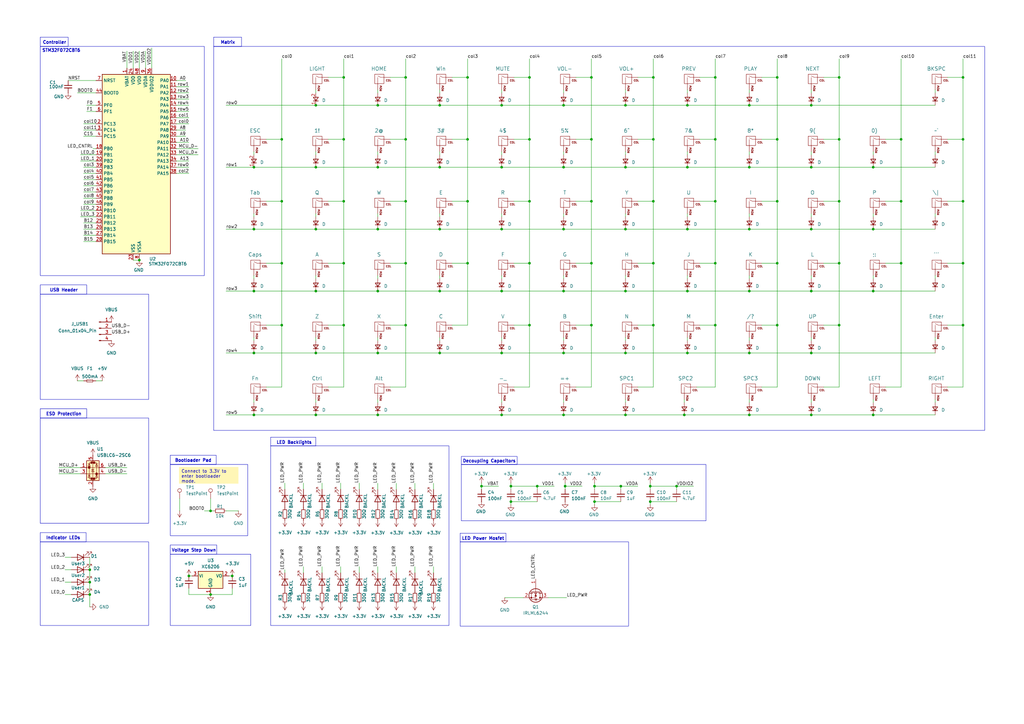
<source format=kicad_sch>
(kicad_sch (version 20250114) (generator "eeschema") (generator_version "9.0")
  (paper "A3")
  (title_block (title "mPC Overflow") (rev "1") (company "Breakpoint"))
  (rectangle (start 189.23 190.5) (end 289.56 213.614))
  (rectangle (start 16.51 171.45) (end 60.96 214.63))
  (rectangle (start 16.51 15.24) (end 27.94 19.05))
  (rectangle (start 69.85 227.33) (end 102.87 256.54))
  (rectangle (start 110.998 182.88) (end 184.15 256.54))
  (rectangle (start 189.23 187.198) (end 212.09 190.5))
  (rectangle (start 69.85 223.52) (end 88.9 227.33))
  (rectangle (start 87.63 15.24) (end 99.06 19.05))
  (rectangle (start 16.51 120.65) (end 60.96 163.83))
  (rectangle (start 16.51 167.64) (end 35.56 171.45))
  (rectangle (start 188.722 222.25) (end 257.81 256.794))
  (rectangle (start 87.63 19.05) (end 403.86 176.53))
  (rectangle (start 16.51 222.25) (end 60.96 256.54))
  (rectangle (start 16.51 116.84) (end 35.56 120.65))
  (rectangle (start 110.998 179.324) (end 129.54 182.88))
  (rectangle (start 188.722 218.694) (end 207.518 222.25))
  (rectangle (start 69.85 186.69) (end 88.646 190.5))
  (rectangle (start 16.51 19.05) (end 83.82 113.03))
  (rectangle (start 16.51 218.44) (end 35.306 222.25))
  (rectangle (start 69.85 190.5) (end 101.6 219.71))
  (text "Matrix\n" (at 93.472 17.526 0) (effects (font (size 1.27 1.27) (thickness 0.254) (bold yes))))
  (text "Controller\n" (at 22.352 17.526 0) (effects (font (size 1.27 1.27) (thickness 0.254) (bold yes))))
  (text "STM32F072CBT6" (at 25.146 20.828 0) (effects (font (size 1.27 1.27) (thickness 0.254) (bold yes))))
  (text "Voltage Step Down" (at 79.502 225.806 0) (effects (font (size 1.27 1.27) (thickness 0.254) (bold yes))))
  (text "USB Header" (at 26.162 119.126 0) (effects (font (size 1.27 1.27) (thickness 0.254) (bold yes))))
  (text "Indicator LEDs" (at 25.908 220.726 0) (effects (font (size 1.27 1.27) (thickness 0.254) (bold yes))))
  (text "ESD Protection" (at 26.162 169.926 0) (effects (font (size 1.27 1.27) (thickness 0.254) (bold yes))))
  (text "Bootloader Pad" (at 79.248 188.976 0) (effects (font (size 1.27 1.27) (thickness 0.254) (bold yes))))
  (text "LED Power Mosfet" (at 198.12 220.98 0) (effects (font (size 1.27 1.27) (thickness 0.254) (bold yes))))
  (text "LED Backlights" (at 120.65 181.61 0) (effects (font (size 1.27 1.27) (thickness 0.254) (bold yes))))
  (text "Decoupling Capacitors" (at 200.66 189.23 0) (effects (font (size 1.27 1.27) (thickness 0.254) (bold yes))))
  (text_box "Connect to 3.3V to enter bootloader mode." (at 73.406 191.516 0) (size 24.384 6.858) (margins 0.9524 0.9524 0.9524 0.9524) (stroke (width -0.0001)) (fill (type color) (color 255 229 36 0.33)) (effects (font (size 1.27 1.27)) (justify left top)))
  (junction (at 231.14 93.98))
  (junction (at 191.77 31.75))
  (junction (at 231.14 144.78))
  (junction (at 140.97 82.55))
  (junction (at 115.57 82.55))
  (junction (at 154.94 119.38))
  (junction (at 293.37 133.35))
  (junction (at 307.34 170.18))
  (junction (at 254.635 199.39))
  (junction (at 256.54 170.18))
  (junction (at 180.34 68.58))
  (junction (at 57.15 106.68))
  (junction (at 281.94 68.58))
  (junction (at 154.94 144.78))
  (junction (at 318.77 31.75))
  (junction (at 394.97 82.55))
  (junction (at 256.54 43.18))
  (junction (at 191.77 107.95))
  (junction (at 77.47 236.22))
  (junction (at 104.14 170.18))
  (junction (at 205.74 119.38))
  (junction (at 307.34 43.18))
  (junction (at 293.37 107.95))
  (junction (at 217.17 82.55))
  (junction (at 166.37 31.75))
  (junction (at 394.97 133.35))
  (junction (at 293.37 57.15))
  (junction (at 205.74 144.78))
  (junction (at 267.97 57.15))
  (junction (at 86.36 209.55))
  (junction (at 266.7 205.74))
  (junction (at 256.54 93.98))
  (junction (at 267.97 107.95))
  (junction (at 332.74 43.18))
  (junction (at 36.83 238.76))
  (junction (at 267.97 133.35))
  (junction (at 166.37 57.15))
  (junction (at 256.54 68.58))
  (junction (at 332.74 68.58))
  (junction (at 231.775 199.39))
  (junction (at 140.97 107.95))
  (junction (at 180.34 43.18))
  (junction (at 267.97 82.55))
  (junction (at 209.55 199.39))
  (junction (at 242.57 57.15))
  (junction (at 332.74 93.98))
  (junction (at 256.54 144.78))
  (junction (at 231.14 119.38))
  (junction (at 358.14 68.58))
  (junction (at 344.17 107.95))
  (junction (at 217.17 133.35))
  (junction (at 205.74 170.18))
  (junction (at 394.97 31.75))
  (junction (at 154.94 170.18))
  (junction (at 231.14 170.18))
  (junction (at 332.74 144.78))
  (junction (at 115.57 57.15))
  (junction (at 180.34 144.78))
  (junction (at 332.74 119.38))
  (junction (at 104.14 68.58))
  (junction (at 344.17 133.35))
  (junction (at 129.54 170.18))
  (junction (at 217.17 57.15))
  (junction (at 129.54 144.78))
  (junction (at 191.77 57.15))
  (junction (at 217.17 31.75))
  (junction (at 307.34 144.78))
  (junction (at 36.83 233.68))
  (junction (at 344.17 82.55))
  (junction (at 205.74 68.58))
  (junction (at 154.94 43.18))
  (junction (at 140.97 133.35))
  (junction (at 104.14 93.98))
  (junction (at 129.54 119.38))
  (junction (at 307.34 68.58))
  (junction (at 318.77 107.95))
  (junction (at 180.34 93.98))
  (junction (at 281.94 43.18))
  (junction (at 242.57 82.55))
  (junction (at 281.94 144.78))
  (junction (at 217.17 107.95))
  (junction (at 220.345 199.39))
  (junction (at 280.67 170.18))
  (junction (at 104.14 144.78))
  (junction (at 332.74 170.18))
  (junction (at 104.14 119.38))
  (junction (at 129.54 43.18))
  (junction (at 166.37 133.35))
  (junction (at 307.34 119.38))
  (junction (at 358.14 119.38))
  (junction (at 307.34 93.98))
  (junction (at 277.495 199.39))
  (junction (at 209.55 205.74))
  (junction (at 180.34 119.38))
  (junction (at 281.94 119.38))
  (junction (at 166.37 107.95))
  (junction (at 242.57 31.75))
  (junction (at 369.57 107.95))
  (junction (at 293.37 82.55))
  (junction (at 154.94 68.58))
  (junction (at 86.36 243.84))
  (junction (at 231.14 43.18))
  (junction (at 369.57 82.55))
  (junction (at 36.83 243.84))
  (junction (at 115.57 107.95))
  (junction (at 318.77 82.55))
  (junction (at 129.54 93.98))
  (junction (at 140.97 31.75))
  (junction (at 205.74 93.98))
  (junction (at 358.14 93.98))
  (junction (at 281.94 93.98))
  (junction (at 369.57 57.15))
  (junction (at 318.77 133.35))
  (junction (at 243.84 205.74))
  (junction (at 95.25 236.22))
  (junction (at 191.77 82.55))
  (junction (at 358.14 170.18))
  (junction (at 293.37 31.75))
  (junction (at 115.57 133.35))
  (junction (at 140.97 57.15))
  (junction (at 344.17 31.75))
  (junction (at 394.97 107.95))
  (junction (at 166.37 82.55))
  (junction (at 231.14 68.58))
  (junction (at 129.54 68.58))
  (junction (at 197.485 199.39))
  (junction (at 205.74 43.18))
  (junction (at 394.97 57.15))
  (junction (at 243.84 199.39))
  (junction (at 267.97 31.75))
  (junction (at 242.57 133.35))
  (junction (at 318.77 57.15))
  (junction (at 256.54 119.38))
  (junction (at 266.7 199.39))
  (junction (at 242.57 107.95))
  (junction (at 344.17 57.15))
  (junction (at 154.94 93.98))
  (wire (pts (xy 109.22 158.75) (xy 115.57 158.75)))
  (wire (pts (xy 129.54 170.18) (xy 154.94 170.18)))
  (wire (pts (xy 129.54 68.58) (xy 154.94 68.58)))
  (wire (pts (xy 267.97 31.75) (xy 267.97 57.15)))
  (wire (pts (xy 344.17 24.13) (xy 344.17 31.75)))
  (wire (pts (xy 185.42 57.15) (xy 191.77 57.15)))
  (wire (pts (xy 139.7 232.41) (xy 139.7 234.95)))
  (wire (pts (xy 307.34 163.83) (xy 307.34 165.1)))
  (wire (pts (xy 332.74 62.23) (xy 332.74 63.5)))
  (wire (pts (xy 307.34 138.43) (xy 307.34 139.7)))
  (wire (pts (xy 109.22 82.55) (xy 115.57 82.55)))
  (wire (pts (xy 344.17 31.75) (xy 344.17 57.15)))
  (wire (pts (xy 363.22 107.95) (xy 369.57 107.95)))
  (wire (pts (xy 394.97 107.95) (xy 394.97 82.55)))
  (wire (pts (xy 312.42 133.35) (xy 318.77 133.35)))
  (wire (pts (xy 205.74 93.98) (xy 231.14 93.98)))
  (wire (pts (xy 209.55 199.39) (xy 209.55 200.66)))
  (wire (pts (xy 86.36 243.84) (xy 95.25 243.84)))
  (wire (pts (xy 277.495 199.39) (xy 277.495 200.66)))
  (wire (pts (xy 254.635 199.39) (xy 254.635 200.66)))
  (wire (pts (xy 210.82 158.75) (xy 217.17 158.75)))
  (wire (pts (xy 256.54 144.78) (xy 281.94 144.78)))
  (wire (pts (xy 129.54 119.38) (xy 154.94 119.38)))
  (wire (pts (xy 83.82 209.55) (xy 86.36 209.55)))
  (wire (pts (xy 293.37 82.55) (xy 293.37 57.15)))
  (wire (pts (xy 337.82 133.35) (xy 344.17 133.35)))
  (wire (pts (xy 231.14 170.18) (xy 256.54 170.18)))
  (wire (pts (xy 205.74 138.43) (xy 205.74 139.7)))
  (wire (pts (xy 210.82 133.35) (xy 217.17 133.35)))
  (wire (pts (xy 77.47 68.58) (xy 72.39 68.58)))
  (wire (pts (xy 33.02 63.5) (xy 39.37 63.5)))
  (wire (pts (xy 115.57 133.35) (xy 115.57 107.95)))
  (wire (pts (xy 358.14 119.38) (xy 383.54 119.38)))
  (wire (pts (xy 232.41 245.11) (xy 224.79 245.11)))
  (wire (pts (xy 307.34 93.98) (xy 332.74 93.98)))
  (wire (pts (xy 92.71 170.18) (xy 104.14 170.18)))
  (wire (pts (xy 205.74 62.23) (xy 205.74 63.5)))
  (wire (pts (xy 231.775 198.12) (xy 231.775 199.39)))
  (wire (pts (xy 332.74 119.38) (xy 358.14 119.38)))
  (wire (pts (xy 140.97 133.35) (xy 140.97 107.95)))
  (wire (pts (xy 177.8 198.1966) (xy 177.8 200.7366)))
  (wire (pts (xy 287.02 133.35) (xy 293.37 133.35)))
  (wire (pts (xy 358.14 170.18) (xy 383.54 170.18)))
  (wire (pts (xy 115.57 107.95) (xy 115.57 82.55)))
  (wire (pts (xy 281.94 43.18) (xy 307.34 43.18)))
  (wire (pts (xy 162.56 232.41) (xy 162.56 234.95)))
  (wire (pts (xy 231.14 144.78) (xy 256.54 144.78)))
  (wire (pts (xy 369.57 82.55) (xy 369.57 57.15)))
  (wire (pts (xy 332.74 68.58) (xy 358.14 68.58)))
  (wire (pts (xy 307.34 68.58) (xy 332.74 68.58)))
  (wire (pts (xy 210.82 31.75) (xy 217.17 31.75)))
  (wire (pts (xy 77.47 50.8) (xy 72.39 50.8)))
  (wire (pts (xy 129.54 138.43) (xy 129.54 139.7)))
  (wire (pts (xy 129.54 43.18) (xy 154.94 43.18)))
  (wire (pts (xy 197.485 198.12) (xy 197.485 199.39)))
  (wire (pts (xy 185.42 31.75) (xy 191.77 31.75)))
  (wire (pts (xy 86.36 209.55) (xy 87.63 209.55)))
  (wire (pts (xy 34.29 71.12) (xy 39.37 71.12)))
  (wire (pts (xy 36.83 243.84) (xy 36.83 248.92)))
  (wire (pts (xy 33.02 66.04) (xy 39.37 66.04)))
  (wire (pts (xy 36.83 233.68) (xy 36.83 238.76)))
  (wire (pts (xy 267.97 133.35) (xy 267.97 107.95)))
  (wire (pts (xy 256.54 93.98) (xy 281.94 93.98)))
  (wire (pts (xy 318.77 158.75) (xy 318.77 133.35)))
  (wire (pts (xy 81.28 63.5) (xy 72.39 63.5)))
  (wire (pts (xy 154.94 138.43) (xy 154.94 139.7)))
  (wire (pts (xy 34.29 99.06) (xy 39.37 99.06)))
  (wire (pts (xy 34.29 55.88) (xy 39.37 55.88)))
  (wire (pts (xy 180.34 87.63) (xy 180.34 88.9)))
  (wire (pts (xy 104.14 87.63) (xy 104.14 88.9)))
  (wire (pts (xy 140.97 24.13) (xy 140.97 31.75)))
  (wire (pts (xy 261.62 31.75) (xy 267.97 31.75)))
  (wire (pts (xy 185.42 107.95) (xy 191.77 107.95)))
  (wire (pts (xy 217.17 24.13) (xy 217.17 31.75)))
  (wire (pts (xy 77.47 236.22) (xy 78.74 236.22)))
  (wire (pts (xy 231.14 93.98) (xy 256.54 93.98)))
  (wire (pts (xy 34.29 68.58) (xy 39.37 68.58)))
  (wire (pts (xy 242.57 133.35) (xy 242.57 158.75)))
  (wire (pts (xy 318.77 24.13) (xy 318.77 31.75)))
  (wire (pts (xy 154.94 213.36) (xy 154.94 213.4366)))
  (wire (pts (xy 54.61 106.68) (xy 57.15 106.68)))
  (wire (pts (xy 293.37 107.95) (xy 293.37 82.55)))
  (wire (pts (xy 358.14 163.83) (xy 358.14 165.1)))
  (wire (pts (xy 104.14 68.58) (xy 129.54 68.58)))
  (wire (pts (xy 116.84 198.12) (xy 116.84 200.66)))
  (wire (pts (xy 185.42 82.55) (xy 191.77 82.55)))
  (wire (pts (xy 132.08 232.41) (xy 132.08 234.95)))
  (wire (pts (xy 109.22 133.35) (xy 115.57 133.35)))
  (wire (pts (xy 154.94 208.3566) (xy 154.94 208.28)))
  (wire (pts (xy 36.83 238.76) (xy 36.83 243.84)))
  (wire (pts (xy 344.17 158.75) (xy 344.17 133.35)))
  (wire (pts (xy 124.46 232.41) (xy 124.46 234.95)))
  (wire (pts (xy 77.47 45.72) (xy 72.39 45.72)))
  (wire (pts (xy 52.07 191.77) (xy 43.18 191.77)))
  (wire (pts (xy 256.54 36.83) (xy 256.54 38.1)))
  (wire (pts (xy 95.25 241.3) (xy 95.25 243.84)))
  (wire (pts (xy 231.14 68.58) (xy 256.54 68.58)))
  (wire (pts (xy 34.29 53.34) (xy 39.37 53.34)))
  (wire (pts (xy 307.34 43.18) (xy 332.74 43.18)))
  (wire (pts (xy 363.22 57.15) (xy 369.57 57.15)))
  (wire (pts (xy 34.29 81.28) (xy 39.37 81.28)))
  (wire (pts (xy 332.74 170.18) (xy 358.14 170.18)))
  (wire (pts (xy 266.7 198.12) (xy 266.7 199.39)))
  (wire (pts (xy 267.97 82.55) (xy 267.97 57.15)))
  (wire (pts (xy 281.94 62.23) (xy 281.94 63.5)))
  (wire (pts (xy 34.29 83.82) (xy 39.37 83.82)))
  (wire (pts (xy 332.74 113.03) (xy 332.74 114.3)))
  (wire (pts (xy 160.02 31.75) (xy 166.37 31.75)))
  (wire (pts (xy 243.84 199.39) (xy 243.84 200.66)))
  (wire (pts (xy 26.67 228.6) (xy 29.21 228.6)))
  (wire (pts (xy 344.17 133.35) (xy 344.17 107.95)))
  (wire (pts (xy 52.07 20.955) (xy 52.07 27.94)))
  (wire (pts (xy 92.71 68.58) (xy 104.14 68.58)))
  (wire (pts (xy 54.61 20.955) (xy 54.61 27.94)))
  (wire (pts (xy 104.14 170.18) (xy 129.54 170.18)))
  (wire (pts (xy 76.2 53.34) (xy 72.39 53.34)))
  (wire (pts (xy 287.02 107.95) (xy 293.37 107.95)))
  (wire (pts (xy 236.22 107.95) (xy 242.57 107.95)))
  (wire (pts (xy 256.54 113.03) (xy 256.54 114.3)))
  (wire (pts (xy 166.37 158.75) (xy 166.37 133.35)))
  (wire (pts (xy 231.14 87.63) (xy 231.14 88.9)))
  (wire (pts (xy 92.71 209.55) (xy 97.79 209.55)))
  (wire (pts (xy 318.77 31.75) (xy 318.77 57.15)))
  (wire (pts (xy 26.67 238.76) (xy 29.21 238.76)))
  (wire (pts (xy 332.74 163.83) (xy 332.74 165.1)))
  (wire (pts (xy 369.57 107.95) (xy 369.57 82.55)))
  (wire (pts (xy 394.97 133.35) (xy 394.97 107.95)))
  (wire (pts (xy 243.84 198.12) (xy 243.84 199.39)))
  (wire (pts (xy 154.94 43.18) (xy 180.34 43.18)))
  (wire (pts (xy 124.46 198.12) (xy 124.46 200.66)))
  (wire (pts (xy 383.54 138.43) (xy 383.54 139.7)))
  (wire (pts (xy 154.94 170.18) (xy 205.74 170.18)))
  (wire (pts (xy 231.14 138.43) (xy 231.14 139.7)))
  (wire (pts (xy 332.74 93.98) (xy 358.14 93.98)))
  (wire (pts (xy 287.02 82.55) (xy 293.37 82.55)))
  (wire (pts (xy 337.82 57.15) (xy 344.17 57.15)))
  (wire (pts (xy 363.22 82.55) (xy 369.57 82.55)))
  (wire (pts (xy 312.42 31.75) (xy 318.77 31.75)))
  (wire (pts (xy 180.34 138.43) (xy 180.34 139.7)))
  (wire (pts (xy 24.13 194.31) (xy 33.02 194.31)))
  (wire (pts (xy 332.74 36.83) (xy 332.74 38.1)))
  (wire (pts (xy 231.14 43.18) (xy 256.54 43.18)))
  (wire (pts (xy 129.54 113.03) (xy 129.54 114.3)))
  (wire (pts (xy 140.97 82.55) (xy 140.97 57.15)))
  (wire (pts (xy 287.02 57.15) (xy 293.37 57.15)))
  (wire (pts (xy 358.14 68.58) (xy 383.54 68.58)))
  (wire (pts (xy 266.7 205.74) (xy 277.495 205.74)))
  (wire (pts (xy 36.83 228.6) (xy 36.83 233.68)))
  (wire (pts (xy 39.37 156.21) (xy 41.91 156.21)))
  (wire (pts (xy 261.62 133.35) (xy 267.97 133.35)))
  (wire (pts (xy 293.37 24.13) (xy 293.37 31.75)))
  (wire (pts (xy 191.77 133.35) (xy 191.77 107.95)))
  (wire (pts (xy 92.71 119.38) (xy 104.14 119.38)))
  (wire (pts (xy 180.34 144.78) (xy 205.74 144.78)))
  (wire (pts (xy 134.62 57.15) (xy 140.97 57.15)))
  (wire (pts (xy 129.54 93.98) (xy 154.94 93.98)))
  (wire (pts (xy 92.71 144.78) (xy 104.14 144.78)))
  (wire (pts (xy 254.635 199.39) (xy 261.62 199.39)))
  (wire (pts (xy 337.82 31.75) (xy 344.17 31.75)))
  (wire (pts (xy 27.94 33.02) (xy 39.37 33.02)))
  (wire (pts (xy 318.77 107.95) (xy 318.77 82.55)))
  (wire (pts (xy 236.22 57.15) (xy 242.57 57.15)))
  (wire (pts (xy 140.97 31.75) (xy 140.97 57.15)))
  (wire (pts (xy 77.47 40.64) (xy 72.39 40.64)))
  (wire (pts (xy 307.34 87.63) (xy 307.34 88.9)))
  (wire (pts (xy 77.47 38.1) (xy 72.39 38.1)))
  (wire (pts (xy 256.54 62.23) (xy 256.54 63.5)))
  (wire (pts (xy 116.84 233.68) (xy 116.84 234.95)))
  (wire (pts (xy 388.62 107.95) (xy 394.97 107.95)))
  (wire (pts (xy 231.14 119.38) (xy 256.54 119.38)))
  (wire (pts (xy 307.34 36.83) (xy 307.34 38.1)))
  (wire (pts (xy 57.15 20.955) (xy 57.15 27.94)))
  (wire (pts (xy 231.14 113.03) (xy 231.14 114.3)))
  (wire (pts (xy 281.94 113.03) (xy 281.94 114.3)))
  (wire (pts (xy 34.29 76.2) (xy 39.37 76.2)))
  (wire (pts (xy 256.54 170.18) (xy 280.67 170.18)))
  (wire (pts (xy 388.62 133.35) (xy 394.97 133.35)))
  (wire (pts (xy 134.62 158.75) (xy 140.97 158.75)))
  (wire (pts (xy 266.7 199.39) (xy 266.7 200.66)))
  (wire (pts (xy 363.22 158.75) (xy 369.57 158.75)))
  (wire (pts (xy 256.54 138.43) (xy 256.54 139.7)))
  (wire (pts (xy 280.67 170.18) (xy 307.34 170.18)))
  (wire (pts (xy 261.62 57.15) (xy 267.97 57.15)))
  (wire (pts (xy 77.47 71.12) (xy 72.39 71.12)))
  (wire (pts (xy 134.62 107.95) (xy 140.97 107.95)))
  (wire (pts (xy 266.7 207.01) (xy 266.7 205.74)))
  (wire (pts (xy 109.22 57.15) (xy 115.57 57.15)))
  (wire (pts (xy 383.54 113.03) (xy 383.54 114.3)))
  (wire (pts (xy 180.34 68.58) (xy 205.74 68.58)))
  (wire (pts (xy 293.37 133.35) (xy 293.37 158.75)))
  (wire (pts (xy 337.82 158.75) (xy 344.17 158.75)))
  (wire (pts (xy 281.94 68.58) (xy 307.34 68.58)))
  (wire (pts (xy 134.62 133.35) (xy 140.97 133.35)))
  (wire (pts (xy 132.08 198.12) (xy 132.08 200.66)))
  (wire (pts (xy 261.62 82.55) (xy 267.97 82.55)))
  (wire (pts (xy 77.47 241.3) (xy 77.47 243.84)))
  (wire (pts (xy 210.82 107.95) (xy 217.17 107.95)))
  (wire (pts (xy 77.47 43.18) (xy 72.39 43.18)))
  (wire (pts (xy 185.42 133.35) (xy 191.77 133.35)))
  (wire (pts (xy 209.55 207.01) (xy 209.55 205.74)))
  (wire (pts (xy 77.47 58.42) (xy 72.39 58.42)))
  (wire (pts (xy 166.37 31.75) (xy 166.37 57.15)))
  (wire (pts (xy 236.22 82.55) (xy 242.57 82.55)))
  (wire (pts (xy 243.84 205.74) (xy 254.635 205.74)))
  (wire (pts (xy 220.345 199.39) (xy 220.345 200.66)))
  (wire (pts (xy 92.71 93.98) (xy 104.14 93.98)))
  (wire (pts (xy 115.57 82.55) (xy 115.57 57.15)))
  (wire (pts (xy 242.57 107.95) (xy 242.57 82.55)))
  (wire (pts (xy 34.29 78.74) (xy 39.37 78.74)))
  (wire (pts (xy 267.97 133.35) (xy 267.97 158.75)))
  (wire (pts (xy 217.17 158.75) (xy 217.17 133.35)))
  (wire (pts (xy 177.8 232.41) (xy 177.8 234.95)))
  (wire (pts (xy 242.57 158.75) (xy 236.22 158.75)))
  (wire (pts (xy 34.29 50.8) (xy 39.37 50.8)))
  (wire (pts (xy 217.17 107.95) (xy 217.17 82.55)))
  (wire (pts (xy 312.42 82.55) (xy 318.77 82.55)))
  (wire (pts (xy 266.7 199.39) (xy 277.495 199.39)))
  (wire (pts (xy 261.62 107.95) (xy 267.97 107.95)))
  (wire (pts (xy 166.37 82.55) (xy 166.37 57.15)))
  (wire (pts (xy 287.02 31.75) (xy 293.37 31.75)))
  (wire (pts (xy 154.94 144.78) (xy 180.34 144.78)))
  (wire (pts (xy 191.77 24.13) (xy 191.77 31.75)))
  (wire (pts (xy 77.47 35.56) (xy 72.39 35.56)))
  (wire (pts (xy 34.29 93.98) (xy 39.37 93.98)))
  (wire (pts (xy 104.14 62.23) (xy 104.14 63.5)))
  (wire (pts (xy 77.47 48.26) (xy 72.39 48.26)))
  (wire (pts (xy 383.54 163.83) (xy 383.54 165.1)))
  (wire (pts (xy 180.34 62.23) (xy 180.34 63.5)))
  (wire (pts (xy 358.14 113.03) (xy 358.14 114.3)))
  (wire (pts (xy 209.55 205.74) (xy 220.345 205.74)))
  (wire (pts (xy 170.18 232.41) (xy 170.18 234.95)))
  (wire (pts (xy 332.74 87.63) (xy 332.74 88.9)))
  (wire (pts (xy 388.62 82.55) (xy 394.97 82.55)))
  (wire (pts (xy 281.94 87.63) (xy 281.94 88.9)))
  (wire (pts (xy 129.54 144.78) (xy 154.94 144.78)))
  (wire (pts (xy 337.82 82.55) (xy 344.17 82.55)))
  (wire (pts (xy 307.34 119.38) (xy 332.74 119.38)))
  (wire (pts (xy 134.62 82.55) (xy 140.97 82.55)))
  (wire (pts (xy 180.34 113.03) (xy 180.34 114.3)))
  (wire (pts (xy 394.97 82.55) (xy 394.97 57.15)))
  (wire (pts (xy 207.01 245.11) (xy 214.63 245.11)))
  (wire (pts (xy 170.18 198.1966) (xy 170.18 200.7366)))
  (wire (pts (xy 191.77 31.75) (xy 191.77 57.15)))
  (wire (pts (xy 77.47 243.84) (xy 86.36 243.84)))
  (wire (pts (xy 307.34 144.78) (xy 332.74 144.78)))
  (wire (pts (xy 281.94 36.83) (xy 281.94 38.1)))
  (wire (pts (xy 115.57 158.75) (xy 115.57 133.35)))
  (wire (pts (xy 154.94 232.41) (xy 154.94 234.95)))
  (wire (pts (xy 154.94 68.58) (xy 180.34 68.58)))
  (wire (pts (xy 154.94 36.83) (xy 154.94 38.1)))
  (wire (pts (xy 191.77 107.95) (xy 191.77 82.55)))
  (wire (pts (xy 154.94 87.63) (xy 154.94 88.9)))
  (wire (pts (xy 76.2 55.88) (xy 72.39 55.88)))
  (wire (pts (xy 35.56 43.18) (xy 39.37 43.18)))
  (wire (pts (xy 358.14 87.63) (xy 358.14 88.9)))
  (wire (pts (xy 129.54 163.83) (xy 129.54 165.1)))
  (wire (pts (xy 242.57 31.75) (xy 242.57 57.15)))
  (wire (pts (xy 115.57 24.13) (xy 115.57 57.15)))
  (wire (pts (xy 332.74 144.78) (xy 383.54 144.78)))
  (wire (pts (xy 281.94 119.38) (xy 307.34 119.38)))
  (wire (pts (xy 93.98 236.22) (xy 95.25 236.22)))
  (wire (pts (xy 388.62 57.15) (xy 394.97 57.15)))
  (wire (pts (xy 191.77 82.55) (xy 191.77 57.15)))
  (wire (pts (xy 34.29 91.44) (xy 39.37 91.44)))
  (wire (pts (xy 231.14 163.83) (xy 231.14 165.1)))
  (wire (pts (xy 31.75 156.21) (xy 34.29 156.21)))
  (wire (pts (xy 217.17 82.55) (xy 217.17 57.15)))
  (wire (pts (xy 394.97 158.75) (xy 394.97 133.35)))
  (wire (pts (xy 242.57 107.95) (xy 242.57 133.35)))
  (wire (pts (xy 109.22 107.95) (xy 115.57 107.95)))
  (wire (pts (xy 92.71 43.18) (xy 129.54 43.18)))
  (wire (pts (xy 154.94 198.1966) (xy 154.94 200.7366)))
  (wire (pts (xy 293.37 133.35) (xy 293.37 107.95)))
  (wire (pts (xy 243.84 199.39) (xy 254.635 199.39)))
  (wire (pts (xy 134.62 31.75) (xy 140.97 31.75)))
  (wire (pts (xy 256.54 43.18) (xy 281.94 43.18)))
  (wire (pts (xy 280.67 165.1) (xy 280.67 163.83)))
  (wire (pts (xy 33.02 88.9) (xy 39.37 88.9)))
  (wire (pts (xy 24.13 191.77) (xy 33.02 191.77)))
  (wire (pts (xy 383.54 36.83) (xy 383.54 38.1)))
  (wire (pts (xy 166.37 24.13) (xy 166.37 31.75)))
  (wire (pts (xy 77.47 66.04) (xy 72.39 66.04)))
  (wire (pts (xy 81.28 60.96) (xy 72.39 60.96)))
  (wire (pts (xy 160.02 107.95) (xy 166.37 107.95)))
  (wire (pts (xy 312.42 57.15) (xy 318.77 57.15)))
  (wire (pts (xy 293.37 158.75) (xy 285.75 158.75)))
  (wire (pts (xy 160.02 133.35) (xy 166.37 133.35)))
  (wire (pts (xy 197.485 199.39) (xy 197.485 200.66)))
  (wire (pts (xy 160.02 82.55) (xy 166.37 82.55)))
  (wire (pts (xy 256.54 163.83) (xy 256.54 165.1)))
  (wire (pts (xy 337.82 107.95) (xy 344.17 107.95)))
  (wire (pts (xy 140.97 158.75) (xy 140.97 133.35)))
  (wire (pts (xy 281.94 144.78) (xy 307.34 144.78)))
  (wire (pts (xy 210.82 82.55) (xy 217.17 82.55)))
  (wire (pts (xy 205.74 163.83) (xy 205.74 165.1)))
  (wire (pts (xy 210.82 57.15) (xy 217.17 57.15)))
  (wire (pts (xy 307.34 113.03) (xy 307.34 114.3)))
  (wire (pts (xy 358.14 62.23) (xy 358.14 63.5)))
  (wire (pts (xy 104.14 113.03) (xy 104.14 114.3)))
  (wire (pts (xy 293.37 31.75) (xy 293.37 57.15)))
  (wire (pts (xy 52.07 194.31) (xy 43.18 194.31)))
  (wire (pts (xy 256.54 119.38) (xy 281.94 119.38)))
  (wire (pts (xy 369.57 107.95) (xy 369.57 158.75)))
  (wire (pts (xy 166.37 107.95) (xy 166.37 82.55)))
  (wire (pts (xy 205.74 119.38) (xy 231.14 119.38)))
  (wire (pts (xy 160.02 158.75) (xy 166.37 158.75)))
  (wire (pts (xy 231.14 62.23) (xy 231.14 63.5)))
  (wire (pts (xy 205.74 113.03) (xy 205.74 114.3)))
  (wire (pts (xy 205.74 68.58) (xy 231.14 68.58)))
  (wire (pts (xy 394.97 31.75) (xy 394.97 57.15)))
  (wire (pts (xy 344.17 107.95) (xy 344.17 82.55)))
  (wire (pts (xy 267.97 158.75) (xy 261.62 158.75)))
  (wire (pts (xy 277.495 199.39) (xy 284.48 199.39)))
  (wire (pts (xy 231.775 199.39) (xy 231.775 200.66)))
  (wire (pts (xy 242.57 82.55) (xy 242.57 57.15)))
  (wire (pts (xy 34.29 96.52) (xy 39.37 96.52)))
  (wire (pts (xy 180.34 119.38) (xy 205.74 119.38)))
  (wire (pts (xy 318.77 82.55) (xy 318.77 57.15)))
  (wire (pts (xy 205.74 170.18) (xy 231.14 170.18)))
  (wire (pts (xy 220.345 199.39) (xy 227.33 199.39)))
  (wire (pts (xy 180.34 43.18) (xy 205.74 43.18)))
  (wire (pts (xy 388.62 158.75) (xy 394.97 158.75)))
  (wire (pts (xy 104.14 119.38) (xy 129.54 119.38)))
  (wire (pts (xy 205.74 36.83) (xy 205.74 38.1)))
  (wire (pts (xy 318.77 133.35) (xy 318.77 107.95)))
  (wire (pts (xy 217.17 31.75) (xy 217.17 57.15)))
  (wire (pts (xy 238.76 199.39) (xy 231.775 199.39)))
  (wire (pts (xy 154.94 119.38) (xy 180.34 119.38)))
  (wire (pts (xy 383.54 87.63) (xy 383.54 88.9)))
  (wire (pts (xy 281.94 138.43) (xy 281.94 139.7)))
  (wire (pts (xy 147.32 198.12) (xy 147.32 200.66)))
  (wire (pts (xy 307.34 62.23) (xy 307.34 63.5)))
  (wire (pts (xy 59.69 20.955) (xy 59.69 27.94)))
  (wire (pts (xy 205.74 43.18) (xy 231.14 43.18)))
  (wire (pts (xy 307.34 170.18) (xy 332.74 170.18)))
  (wire (pts (xy 312.42 107.95) (xy 318.77 107.95)))
  (wire (pts (xy 147.32 232.41) (xy 147.32 234.95)))
  (wire (pts (xy 388.62 31.75) (xy 394.97 31.75)))
  (wire (pts (xy 332.74 43.18) (xy 383.54 43.18)))
  (wire (pts (xy 160.02 57.15) (xy 166.37 57.15)))
  (wire (pts (xy 139.7 198.12) (xy 139.7 200.66)))
  (wire (pts (xy 26.67 233.68) (xy 29.21 233.68)))
  (wire (pts (xy 154.94 113.03) (xy 154.94 114.3)))
  (wire (pts (xy 204.47 199.39) (xy 197.485 199.39)))
  (wire (pts (xy 166.37 133.35) (xy 166.37 107.95)))
  (wire (pts (xy 129.54 62.23) (xy 129.54 63.5)))
  (wire (pts (xy 209.55 198.12) (xy 209.55 199.39)))
  (wire (pts (xy 236.22 133.35) (xy 242.57 133.35)))
  (wire (pts (xy 154.94 93.98) (xy 180.34 93.98)))
  (wire (pts (xy 162.56 198.1966) (xy 162.56 200.7366)))
  (wire (pts (xy 205.74 144.78) (xy 231.14 144.78)))
  (wire (pts (xy 394.97 24.13) (xy 394.97 31.75)))
  (wire (pts (xy 154.94 62.23) (xy 154.94 63.5)))
  (wire (pts (xy 34.29 73.66) (xy 39.37 73.66)))
  (wire (pts (xy 86.36 204.47) (xy 86.36 209.55)))
  (wire (pts (xy 35.56 45.72) (xy 39.37 45.72)))
  (wire (pts (xy 281.94 93.98) (xy 307.34 93.98)))
  (wire (pts (xy 104.14 93.98) (xy 129.54 93.98)))
  (wire (pts (xy 62.23 19.685) (xy 62.23 27.94)))
  (wire (pts (xy 209.55 199.39) (xy 220.345 199.39)))
  (wire (pts (xy 231.14 36.83) (xy 231.14 38.1)))
  (wire (pts (xy 33.02 86.36) (xy 39.37 86.36)))
  (wire (pts (xy 154.94 163.83) (xy 154.94 165.1)))
  (wire (pts (xy 26.67 243.84) (xy 29.21 243.84)))
  (wire (pts (xy 205.74 87.63) (xy 205.74 88.9)))
  (wire (pts (xy 383.54 62.23) (xy 383.54 63.5)))
  (wire (pts (xy 332.74 138.43) (xy 332.74 139.7)))
  (wire (pts (xy 312.42 158.75) (xy 318.77 158.75)))
  (wire (pts (xy 104.14 144.78) (xy 129.54 144.78)))
  (wire (pts (xy 236.22 31.75) (xy 242.57 31.75)))
  (wire (pts (xy 267.97 24.13) (xy 267.97 31.75)))
  (wire (pts (xy 180.34 36.83) (xy 180.34 38.1)))
  (wire (pts (xy 369.57 24.13) (xy 369.57 57.15)))
  (wire (pts (xy 129.54 87.63) (xy 129.54 88.9)))
  (wire (pts (xy 256.54 68.58) (xy 281.94 68.58)))
  (wire (pts (xy 73.66 204.47) (xy 73.66 209.55)))
  (wire (pts (xy 104.14 138.43) (xy 104.14 139.7)))
  (wire (pts (xy 358.14 93.98) (xy 383.54 93.98)))
  (wire (pts (xy 104.14 163.83) (xy 104.14 165.1)))
  (wire (pts (xy 180.34 93.98) (xy 205.74 93.98)))
  (wire (pts (xy 267.97 107.95) (xy 267.97 82.55)))
  (wire (pts (xy 242.57 24.13) (xy 242.57 31.75)))
  (wire (pts (xy 140.97 107.95) (xy 140.97 82.55)))
  (wire (pts (xy 129.54 36.83) (xy 129.54 38.1)))
  (wire (pts (xy 243.84 207.01) (xy 243.84 205.74)))
  (wire (pts (xy 31.75 38.1) (xy 39.37 38.1)))
  (wire (pts (xy 76.2 33.02) (xy 72.39 33.02)))
  (wire (pts (xy 217.17 133.35) (xy 217.17 107.95)))
  (wire (pts (xy 344.17 82.55) (xy 344.17 57.15)))
  (wire (pts (xy 38.1 60.96) (xy 39.37 60.96)))
  (wire (pts (xy 256.54 87.63) (xy 256.54 88.9)))
  (label "LED_PWR" (at 170.18 198.2038 90))
  (label "LED_PWR" (at 124.46 232.41 90))
  (label "VBAT" (at 204.47 199.39 180))
  (label "LED_PWR" (at 116.84 233.68 90))
  (label "VDD2" (at 238.76 199.39 180))
  (label "MCU_D-" (at 81.28 60.96 180))
  (label "LED_PWR" (at 147.32 232.41 90))
  (label "col6" (at 267.97 24.13 0))
  (label "col0" (at 77.47 50.8 180))
  (label "row1" (at 92.71 68.58 0))
  (label "LED_PWR" (at 162.56 198.1966 90))
  (label "NRST" (at 27.94 33.02 0))
  (label "LED_PWR" (at 124.46 198.12 90))
  (label "A10" (at 77.47 58.42 180))
  (label "row2" (at 92.71 93.98 0))
  (label "USB_D-" (at 45.72 134.62 0))
  (label "BOOT0" (at 83.82 209.55 180))
  (label "LED_PWR" (at 177.8 198.1966 90))
  (label "B13" (at 34.29 93.98 0))
  (label "col11" (at 34.29 53.34 0))
  (label "LED_PWR" (at 116.84 198.12 90))
  (label "LED_2" (at 33.02 86.36 0))
  (label "col7" (at 293.37 24.13 0))
  (label "col5" (at 34.29 73.66 0))
  (label "LED_PWR" (at 132.08 232.41 90))
  (label "LED_PWR" (at 139.7 198.12 90))
  (label "LED_PWR" (at 154.94 232.41 90))
  (label "col2" (at 166.37 24.13 0))
  (label "VDDIO2" (at 62.23 19.685 270))
  (label "col10" (at 369.57 24.13 0))
  (label "VDD1" (at 54.61 20.955 270))
  (label "col4" (at 34.29 71.12 0))
  (label "MCU_D+" (at 81.28 63.5 180))
  (label "col3" (at 191.77 24.13 0))
  (label "row3" (at 92.71 119.38 0))
  (label "LED_3" (at 33.02 88.9 0))
  (label "col4" (at 217.17 24.13 0))
  (label "col11" (at 394.97 24.13 0))
  (label "LED_PWR" (at 154.94 198.1966 90))
  (label "A0" (at 76.2 33.02 180))
  (label "VDDA" (at 261.62 199.39 180))
  (label "VDDA" (at 59.69 20.955 270))
  (label "LED_PWR" (at 177.8 232.41 90))
  (label "LED_0" (at 26.67 243.84 180))
  (label "USB_D+" (at 52.07 191.77 180))
  (label "col1" (at 140.97 24.13 0))
  (label "col0" (at 115.57 24.13 0))
  (label "VBAT" (at 52.07 20.955 270))
  (label "col9" (at 344.17 24.13 0))
  (label "MCU_D-" (at 24.13 194.31 0))
  (label "C15" (at 34.29 55.88 0))
  (label "F1" (at 35.56 45.72 0))
  (label "col8" (at 34.29 81.28 0))
  (label "LED_1" (at 33.02 66.04 0))
  (label "LED_1" (at 26.67 238.76 180))
  (label "row3" (at 77.47 40.64 180))
  (label "LED_CNTRL" (at 219.71 237.49 90))
  (label "col9" (at 34.29 83.82 0))
  (label "MCU_D+" (at 24.13 191.77 0))
  (label "row4" (at 77.47 43.18 180))
  (label "USB_D+" (at 45.72 137.16 0))
  (label "BOOT0" (at 31.75 38.1 0))
  (label "col7" (at 34.29 78.74 0))
  (label "B12" (at 34.29 91.44 0))
  (label "A9" (at 76.2 55.88 180))
  (label "LED_CNTRL" (at 38.1 60.96 180))
  (label "col2" (at 77.47 71.12 180))
  (label "VDD1" (at 227.33 199.39 180))
  (label "LED_3" (at 26.67 228.6 180))
  (label "col10" (at 34.29 50.8 0))
  (label "col8" (at 318.77 24.13 0))
  (label "col5" (at 242.57 24.13 0))
  (label "row0" (at 77.47 68.58 180))
  (label "row4" (at 92.71 144.78 0))
  (label "row2" (at 77.47 38.1 180))
  (label "A13" (at 77.47 66.04 180))
  (label "LED_PWR" (at 147.32 198.12 90))
  (label "LED_PWR" (at 170.18 232.41 90))
  (label "USB_D-" (at 52.07 194.31 180))
  (label "LED_PWR" (at 162.56 232.41 90))
  (label "LED_PWR" (at 132.08 198.12 90))
  (label "LED_PWR" (at 232.41 245.11 0))
  (label "VDD2" (at 57.15 20.955 270))
  (label "LED_PWR" (at 139.7 232.41 90))
  (label "col1" (at 77.47 48.26 180))
  (label "LED_0" (at 33.02 63.5 0))
  (label "F0" (at 35.56 43.18 0))
  (label "row1" (at 77.47 35.56 180))
  (label "col3" (at 34.29 68.58 0))
  (label "row5" (at 77.47 45.72 180))
  (label "A8" (at 76.2 53.34 180))
  (label "col6" (at 34.29 76.2 0))
  (label "B15" (at 34.29 99.06 0))
  (label "row5" (at 92.71 170.18 0))
  (label "row0" (at 92.71 43.18 0))
  (label "VDDIO2" (at 284.48 199.39 180))
  (label "B14" (at 34.29 96.52 0))
  (label "LED_2" (at 26.67 233.68 180))
  (symbol (lib_name "D_Small_2") (lib_id "Device:D_Small") (at 129.54 40.64 90) (unit 1)
    (property "Reference" "D_6" (effects (hide yes)))
    (property "Value" "D" (at 132.08 41.148 90) (effects (justify right)))
    (property "Footprint" "Diode_SMD:D_SOD-523" (effects (hide yes)))
    (property "LCSC" "C5345964" (effects (hide yes)))
  )
  (symbol (lib_id "Library:Keyboard_Key_Array_Config") (at 130.81 33.02 0) (unit 1) (in_bom no)
    (property "Reference" "K_6" (effects (hide yes)))
    (property "Value" "LIGHT" (at 130.048 28.194 0) (effects (font (size 1.524 1.524))))
    (property "Footprint" "LibraryGlobalFootprints:dome-tactile-pad" (effects (hide yes)))
  )
  (symbol (lib_id "Device:D_Small") (at 154.94 40.64 90) (unit 1)
    (property "Reference" "D_12" (effects (hide yes)))
    (property "Value" "D" (at 157.48 41.148 90) (effects (justify right)))
    (property "Footprint" "Diode_SMD:D_SOD-523" (effects (hide yes)))
    (property "LCSC" "C5345964" (effects (hide yes)))
  )
  (symbol (lib_id "Library:Keyboard_Key_Array_Config") (at 156.21 33.02 0) (unit 1) (in_bom no)
    (property "Reference" "K_12" (effects (hide yes)))
    (property "Value" "HOME" (at 155.448 28.194 0) (effects (font (size 1.524 1.524))))
    (property "Footprint" "LibraryGlobalFootprints:dome-tactile-pad" (effects (hide yes)))
  )
  (symbol (lib_id "Device:D_Small") (at 180.34 40.64 90) (unit 1)
    (property "Reference" "D_18" (effects (hide yes)))
    (property "Value" "D" (at 182.88 41.148 90) (effects (justify right)))
    (property "Footprint" "Diode_SMD:D_SOD-523" (effects (hide yes)))
    (property "LCSC" "C5345964" (effects (hide yes)))
  )
  (symbol (lib_id "Library:Keyboard_Key_Array_Config") (at 181.61 33.02 0) (unit 1) (in_bom no)
    (property "Reference" "K_18" (effects (hide yes)))
    (property "Value" "Win" (at 180.848 28.194 0) (effects (font (size 1.524 1.524))))
    (property "Footprint" "LibraryGlobalFootprints:dome-tactile-pad" (effects (hide yes)))
  )
  (symbol (lib_id "Device:D_Small") (at 205.74 40.64 90) (unit 1)
    (property "Reference" "D_23" (effects (hide yes)))
    (property "Value" "D" (at 208.28 41.148 90) (effects (justify right)))
    (property "Footprint" "Diode_SMD:D_SOD-523" (effects (hide yes)))
    (property "LCSC" "C5345964" (effects (hide yes)))
  )
  (symbol (lib_id "Library:Keyboard_Key_Array_Config") (at 207.01 33.02 0) (unit 1) (in_bom no)
    (property "Reference" "K_23" (effects (hide yes)))
    (property "Value" "MUTE" (at 206.248 28.194 0) (effects (font (size 1.524 1.524))))
    (property "Footprint" "LibraryGlobalFootprints:dome-tactile-pad" (effects (hide yes)))
  )
  (symbol (lib_id "Device:D_Small") (at 231.14 40.64 90) (unit 1)
    (property "Reference" "D_29" (effects (hide yes)))
    (property "Value" "D" (at 233.68 41.148 90) (effects (justify right)))
    (property "Footprint" "Diode_SMD:D_SOD-523" (effects (hide yes)))
    (property "LCSC" "C5345964" (effects (hide yes)))
  )
  (symbol (lib_id "Library:Keyboard_Key_Array_Config") (at 232.41 33.02 0) (unit 1) (in_bom no)
    (property "Reference" "K_29" (effects (hide yes)))
    (property "Value" "VOL-" (at 231.648 28.194 0) (effects (font (size 1.524 1.524))))
    (property "Footprint" "LibraryGlobalFootprints:dome-tactile-pad" (effects (hide yes)))
  )
  (symbol (lib_id "Device:D_Small") (at 256.54 40.64 90) (unit 1)
    (property "Reference" "D_35" (effects (hide yes)))
    (property "Value" "D" (at 259.08 41.148 90) (effects (justify right)))
    (property "Footprint" "Diode_SMD:D_SOD-523" (effects (hide yes)))
    (property "LCSC" "C5345964" (effects (hide yes)))
  )
  (symbol (lib_id "Library:Keyboard_Key_Array_Config") (at 257.81 33.02 0) (unit 1) (in_bom no)
    (property "Reference" "K_35" (effects (hide yes)))
    (property "Value" "VOL+" (at 257.048 28.194 0) (effects (font (size 1.524 1.524))))
    (property "Footprint" "LibraryGlobalFootprints:dome-tactile-pad" (effects (hide yes)))
  )
  (symbol (lib_id "Device:D_Small") (at 281.94 40.64 90) (unit 1)
    (property "Reference" "D_42" (effects (hide yes)))
    (property "Value" "D" (at 284.48 41.148 90) (effects (justify right)))
    (property "Footprint" "Diode_SMD:D_SOD-523" (effects (hide yes)))
    (property "LCSC" "C5345964" (effects (hide yes)))
  )
  (symbol (lib_id "Library:Keyboard_Key_Array_Config") (at 283.21 33.02 0) (unit 1) (in_bom no)
    (property "Reference" "K_42" (effects (hide yes)))
    (property "Value" "PREV" (at 282.448 28.194 0) (effects (font (size 1.524 1.524))))
    (property "Footprint" "LibraryGlobalFootprints:dome-tactile-pad" (effects (hide yes)))
  )
  (symbol (lib_id "Device:D_Small") (at 307.34 40.64 90) (unit 1)
    (property "Reference" "D_47" (effects (hide yes)))
    (property "Value" "D" (at 309.88 41.148 90) (effects (justify right)))
    (property "Footprint" "Diode_SMD:D_SOD-523" (effects (hide yes)))
    (property "LCSC" "C5345964" (effects (hide yes)))
  )
  (symbol (lib_id "Library:Keyboard_Key_Array_Config") (at 308.61 33.02 0) (unit 1) (in_bom no)
    (property "Reference" "K_47" (effects (hide yes)))
    (property "Value" "PLAY" (at 307.848 28.194 0) (effects (font (size 1.524 1.524))))
    (property "Footprint" "LibraryGlobalFootprints:dome-tactile-pad" (effects (hide yes)))
  )
  (symbol (lib_id "Device:D_Small") (at 332.74 40.64 90) (unit 1)
    (property "Reference" "D_53" (effects (hide yes)))
    (property "Value" "D" (at 335.28 41.148 90) (effects (justify right)))
    (property "Footprint" "Diode_SMD:D_SOD-523" (effects (hide yes)))
    (property "LCSC" "C5345964" (effects (hide yes)))
  )
  (symbol (lib_id "Library:Keyboard_Key_Array_Config") (at 334.01 33.02 0) (unit 1) (in_bom no)
    (property "Reference" "K_53" (effects (hide yes)))
    (property "Value" "NEXT" (at 333.248 28.194 0) (effects (font (size 1.524 1.524))))
    (property "Footprint" "LibraryGlobalFootprints:dome-tactile-pad" (effects (hide yes)))
  )
  (symbol (lib_id "Device:D_Small") (at 383.54 40.64 90) (unit 1)
    (property "Reference" "D_63" (effects (hide yes)))
    (property "Value" "D" (at 386.08 41.148 90) (effects (justify right)))
    (property "Footprint" "Diode_SMD:D_SOD-523" (effects (hide yes)))
    (property "LCSC" "C5345964" (effects (hide yes)))
  )
  (symbol (lib_id "Library:Keyboard_Key_Array_Config") (at 384.81 33.02 0) (unit 1) (in_bom no)
    (property "Reference" "K_63" (effects (hide yes)))
    (property "Value" "BKSPC" (at 384.048 28.194 0) (effects (font (size 1.524 1.524))))
    (property "Footprint" "LibraryGlobalFootprints:dome-tactile-pad" (effects (hide yes)))
  )
  (symbol (lib_name "D_Small_1") (lib_id "Device:D_Small") (at 104.14 66.04 90) (unit 1)
    (property "Reference" "D_1" (effects (hide yes)))
    (property "Value" "D" (at 106.68 66.548 90) (effects (justify right)))
    (property "Footprint" "Diode_SMD:D_SOD-523" (effects (hide yes)))
    (property "LCSC" "C5345964" (effects (hide yes)))
  )
  (symbol (lib_id "Library:Keyboard_Key_Array_Config") (at 105.41 58.42 0) (unit 1) (in_bom no)
    (property "Reference" "K_1" (effects (hide yes)))
    (property "Value" "ESC" (at 104.648 53.594 0) (effects (font (size 1.524 1.524))))
    (property "Footprint" "LibraryGlobalFootprints:dome-tactile-pad" (effects (hide yes)))
  )
  (symbol (lib_id "Device:D_Small") (at 129.54 66.04 90) (unit 1)
    (property "Reference" "D_7" (effects (hide yes)))
    (property "Value" "D" (at 132.08 66.548 90) (effects (justify right)))
    (property "Footprint" "Diode_SMD:D_SOD-523" (effects (hide yes)))
    (property "LCSC" "C5345964" (effects (hide yes)))
  )
  (symbol (lib_id "Library:Keyboard_Key_Array_Config") (at 130.81 58.42 0) (unit 1) (in_bom no)
    (property "Reference" "K_7" (effects (hide yes)))
    (property "Value" "1!" (at 130.048 53.594 0) (effects (font (size 1.524 1.524))))
    (property "Footprint" "LibraryGlobalFootprints:dome-tactile-pad" (effects (hide yes)))
  )
  (symbol (lib_id "Device:D_Small") (at 154.94 66.04 90) (unit 1)
    (property "Reference" "D_13" (effects (hide yes)))
    (property "Value" "D" (at 157.48 66.548 90) (effects (justify right)))
    (property "Footprint" "Diode_SMD:D_SOD-523" (effects (hide yes)))
    (property "LCSC" "C5345964" (effects (hide yes)))
  )
  (symbol (lib_id "Library:Keyboard_Key_Array_Config") (at 156.21 58.42 0) (unit 1) (in_bom no)
    (property "Reference" "K_13" (effects (hide yes)))
    (property "Value" "2@" (at 155.448 53.594 0) (effects (font (size 1.524 1.524))))
    (property "Footprint" "LibraryGlobalFootprints:dome-tactile-pad" (effects (hide yes)))
  )
  (symbol (lib_id "Device:D_Small") (at 180.34 66.04 90) (unit 1)
    (property "Reference" "D_19" (effects (hide yes)))
    (property "Value" "D" (at 182.88 66.548 90) (effects (justify right)))
    (property "Footprint" "Diode_SMD:D_SOD-523" (effects (hide yes)))
    (property "LCSC" "C5345964" (effects (hide yes)))
  )
  (symbol (lib_id "Library:Keyboard_Key_Array_Config") (at 181.61 58.42 0) (unit 1) (in_bom no)
    (property "Reference" "K_19" (effects (hide yes)))
    (property "Value" "3#" (at 180.848 53.594 0) (effects (font (size 1.524 1.524))))
    (property "Footprint" "LibraryGlobalFootprints:dome-tactile-pad" (effects (hide yes)))
  )
  (symbol (lib_id "Device:D_Small") (at 205.74 66.04 90) (unit 1)
    (property "Reference" "D_24" (effects (hide yes)))
    (property "Value" "D" (at 208.28 66.548 90) (effects (justify right)))
    (property "Footprint" "Diode_SMD:D_SOD-523" (effects (hide yes)))
    (property "LCSC" "C5345964" (effects (hide yes)))
  )
  (symbol (lib_id "Library:Keyboard_Key_Array_Config") (at 207.01 58.42 0) (unit 1) (in_bom no)
    (property "Reference" "K_24" (effects (hide yes)))
    (property "Value" "4$" (at 206.248 53.594 0) (effects (font (size 1.524 1.524))))
    (property "Footprint" "LibraryGlobalFootprints:dome-tactile-pad" (effects (hide yes)))
  )
  (symbol (lib_id "Device:D_Small") (at 231.14 66.04 90) (unit 1)
    (property "Reference" "D_30" (effects (hide yes)))
    (property "Value" "D" (at 233.68 66.548 90) (effects (justify right)))
    (property "Footprint" "Diode_SMD:D_SOD-523" (effects (hide yes)))
    (property "LCSC" "C5345964" (effects (hide yes)))
  )
  (symbol (lib_id "Library:Keyboard_Key_Array_Config") (at 232.41 58.42 0) (unit 1) (in_bom no)
    (property "Reference" "K_30" (effects (hide yes)))
    (property "Value" "5%" (at 231.648 53.594 0) (effects (font (size 1.524 1.524))))
    (property "Footprint" "LibraryGlobalFootprints:dome-tactile-pad" (effects (hide yes)))
  )
  (symbol (lib_id "Device:D_Small") (at 256.54 66.04 90) (unit 1)
    (property "Reference" "D_36" (effects (hide yes)))
    (property "Value" "D" (at 259.08 66.548 90) (effects (justify right)))
    (property "Footprint" "Diode_SMD:D_SOD-523" (effects (hide yes)))
    (property "LCSC" "C5345964" (effects (hide yes)))
  )
  (symbol (lib_id "Library:Keyboard_Key_Array_Config") (at 257.81 58.42 0) (unit 1) (in_bom no)
    (property "Reference" "K_36" (effects (hide yes)))
    (property "Value" "6^" (at 257.048 53.594 0) (effects (font (size 1.524 1.524))))
    (property "Footprint" "LibraryGlobalFootprints:dome-tactile-pad" (effects (hide yes)))
  )
  (symbol (lib_id "Device:D_Small") (at 281.94 66.04 90) (unit 1)
    (property "Reference" "D_43" (effects (hide yes)))
    (property "Value" "D" (at 284.48 66.548 90) (effects (justify right)))
    (property "Footprint" "Diode_SMD:D_SOD-523" (effects (hide yes)))
    (property "LCSC" "C5345964" (effects (hide yes)))
  )
  (symbol (lib_id "Library:Keyboard_Key_Array_Config") (at 283.21 58.42 0) (unit 1) (in_bom no)
    (property "Reference" "K_43" (effects (hide yes)))
    (property "Value" "7&" (at 282.448 53.594 0) (effects (font (size 1.524 1.524))))
    (property "Footprint" "LibraryGlobalFootprints:dome-tactile-pad" (effects (hide yes)))
  )
  (symbol (lib_id "Device:D_Small") (at 307.34 66.04 90) (unit 1)
    (property "Reference" "D_48" (effects (hide yes)))
    (property "Value" "D" (at 309.88 66.548 90) (effects (justify right)))
    (property "Footprint" "Diode_SMD:D_SOD-523" (effects (hide yes)))
    (property "LCSC" "C5345964" (effects (hide yes)))
  )
  (symbol (lib_id "Library:Keyboard_Key_Array_Config") (at 308.61 58.42 0) (unit 1) (in_bom no)
    (property "Reference" "K_48" (effects (hide yes)))
    (property "Value" "8*" (at 307.848 53.594 0) (effects (font (size 1.524 1.524))))
    (property "Footprint" "LibraryGlobalFootprints:dome-tactile-pad" (effects (hide yes)))
  )
  (symbol (lib_id "Device:D_Small") (at 332.74 66.04 90) (unit 1)
    (property "Reference" "D_54" (effects (hide yes)))
    (property "Value" "D" (at 335.28 66.548 90) (effects (justify right)))
    (property "Footprint" "Diode_SMD:D_SOD-523" (effects (hide yes)))
    (property "LCSC" "C5345964" (effects (hide yes)))
  )
  (symbol (lib_id "Library:Keyboard_Key_Array_Config") (at 334.01 58.42 0) (unit 1) (in_bom no)
    (property "Reference" "K_54" (effects (hide yes)))
    (property "Value" "9(" (at 333.248 53.594 0) (effects (font (size 1.524 1.524))))
    (property "Footprint" "LibraryGlobalFootprints:dome-tactile-pad" (effects (hide yes)))
  )
  (symbol (lib_id "Device:D_Small") (at 358.14 66.04 90) (unit 1)
    (property "Reference" "D_59" (effects (hide yes)))
    (property "Value" "D" (at 360.68 66.548 90) (effects (justify right)))
    (property "Footprint" "Diode_SMD:D_SOD-523" (effects (hide yes)))
    (property "LCSC" "C5345964" (effects (hide yes)))
  )
  (symbol (lib_id "Library:Keyboard_Key_Array_Config") (at 359.41 58.42 0) (unit 1) (in_bom no)
    (property "Reference" "K_59" (effects (hide yes)))
    (property "Value" "0)" (at 358.648 53.594 0) (effects (font (size 1.524 1.524))))
    (property "Footprint" "LibraryGlobalFootprints:dome-tactile-pad" (effects (hide yes)))
  )
  (symbol (lib_id "Device:D_Small") (at 383.54 66.04 90) (unit 1)
    (property "Reference" "D_64" (effects (hide yes)))
    (property "Value" "D" (at 386.08 66.548 90) (effects (justify right)))
    (property "Footprint" "Diode_SMD:D_SOD-523" (effects (hide yes)))
    (property "LCSC" "C5345964" (effects (hide yes)))
  )
  (symbol (lib_id "Library:Keyboard_Key_Array_Config") (at 384.81 58.42 0) (unit 1) (in_bom no)
    (property "Reference" "K_64" (effects (hide yes)))
    (property "Value" "~`" (at 384.048 53.594 0) (effects (font (size 1.524 1.524))))
    (property "Footprint" "LibraryGlobalFootprints:dome-tactile-pad" (effects (hide yes)))
  )
  (symbol (lib_id "Device:D_Small") (at 104.14 91.44 90) (unit 1)
    (property "Reference" "D_2" (effects (hide yes)))
    (property "Value" "D" (at 106.68 91.948 90) (effects (justify right)))
    (property "Footprint" "Diode_SMD:D_SOD-523" (effects (hide yes)))
    (property "LCSC" "C5345964" (effects (hide yes)))
  )
  (symbol (lib_id "Library:Keyboard_Key_Array_Config") (at 105.41 83.82 0) (unit 1) (in_bom no)
    (property "Reference" "K_2" (effects (hide yes)))
    (property "Value" "Tab" (at 104.648 78.994 0) (effects (font (size 1.524 1.524))))
    (property "Footprint" "LibraryGlobalFootprints:dome-tactile-pad" (effects (hide yes)))
  )
  (symbol (lib_id "Device:D_Small") (at 129.54 91.44 90) (unit 1)
    (property "Reference" "D_8" (effects (hide yes)))
    (property "Value" "D" (at 132.08 91.948 90) (effects (justify right)))
    (property "Footprint" "Diode_SMD:D_SOD-523" (effects (hide yes)))
    (property "LCSC" "C5345964" (effects (hide yes)))
  )
  (symbol (lib_id "Library:Keyboard_Key_Array_Config") (at 130.81 83.82 0) (unit 1) (in_bom no)
    (property "Reference" "K_8" (effects (hide yes)))
    (property "Value" "Q" (at 130.048 78.994 0) (effects (font (size 1.524 1.524))))
    (property "Footprint" "LibraryGlobalFootprints:dome-tactile-pad" (effects (hide yes)))
  )
  (symbol (lib_id "Device:D_Small") (at 154.94 91.44 90) (unit 1)
    (property "Reference" "D_14" (effects (hide yes)))
    (property "Value" "D" (at 157.48 91.948 90) (effects (justify right)))
    (property "Footprint" "Diode_SMD:D_SOD-523" (effects (hide yes)))
    (property "LCSC" "C5345964" (effects (hide yes)))
  )
  (symbol (lib_id "Library:Keyboard_Key_Array_Config") (at 156.21 83.82 0) (unit 1) (in_bom no)
    (property "Reference" "K_14" (effects (hide yes)))
    (property "Value" "W" (at 155.448 78.994 0) (effects (font (size 1.524 1.524))))
    (property "Footprint" "LibraryGlobalFootprints:dome-tactile-pad" (effects (hide yes)))
  )
  (symbol (lib_id "Device:D_Small") (at 180.34 91.44 90) (unit 1)
    (property "Reference" "D_20" (effects (hide yes)))
    (property "Value" "D" (at 182.88 91.948 90) (effects (justify right)))
    (property "Footprint" "Diode_SMD:D_SOD-523" (effects (hide yes)))
    (property "LCSC" "C5345964" (effects (hide yes)))
  )
  (symbol (lib_id "Library:Keyboard_Key_Array_Config") (at 181.61 83.82 0) (unit 1) (in_bom no)
    (property "Reference" "K_20" (effects (hide yes)))
    (property "Value" "E" (at 180.848 78.994 0) (effects (font (size 1.524 1.524))))
    (property "Footprint" "LibraryGlobalFootprints:dome-tactile-pad" (effects (hide yes)))
  )
  (symbol (lib_id "Device:D_Small") (at 205.74 91.44 90) (unit 1)
    (property "Reference" "D_25" (effects (hide yes)))
    (property "Value" "D" (at 208.28 91.948 90) (effects (justify right)))
    (property "Footprint" "Diode_SMD:D_SOD-523" (effects (hide yes)))
    (property "LCSC" "C5345964" (effects (hide yes)))
  )
  (symbol (lib_id "Library:Keyboard_Key_Array_Config") (at 207.01 83.82 0) (unit 1) (in_bom no)
    (property "Reference" "K_25" (effects (hide yes)))
    (property "Value" "R" (at 206.248 78.994 0) (effects (font (size 1.524 1.524))))
    (property "Footprint" "LibraryGlobalFootprints:dome-tactile-pad" (effects (hide yes)))
  )
  (symbol (lib_id "Device:D_Small") (at 231.14 91.44 90) (unit 1)
    (property "Reference" "D_31" (effects (hide yes)))
    (property "Value" "D" (at 233.68 91.948 90) (effects (justify right)))
    (property "Footprint" "Diode_SMD:D_SOD-523" (effects (hide yes)))
    (property "LCSC" "C5345964" (effects (hide yes)))
  )
  (symbol (lib_id "Library:Keyboard_Key_Array_Config") (at 232.41 83.82 0) (unit 1) (in_bom no)
    (property "Reference" "K_31" (effects (hide yes)))
    (property "Value" "T" (at 231.648 78.994 0) (effects (font (size 1.524 1.524))))
    (property "Footprint" "LibraryGlobalFootprints:dome-tactile-pad" (effects (hide yes)))
  )
  (symbol (lib_id "Device:D_Small") (at 256.54 91.44 90) (unit 1)
    (property "Reference" "D_37" (effects (hide yes)))
    (property "Value" "D" (at 259.08 91.948 90) (effects (justify right)))
    (property "Footprint" "Diode_SMD:D_SOD-523" (effects (hide yes)))
    (property "LCSC" "C5345964" (effects (hide yes)))
  )
  (symbol (lib_id "Library:Keyboard_Key_Array_Config") (at 257.81 83.82 0) (unit 1) (in_bom no)
    (property "Reference" "K_37" (effects (hide yes)))
    (property "Value" "Y" (at 257.048 78.994 0) (effects (font (size 1.524 1.524))))
    (property "Footprint" "LibraryGlobalFootprints:dome-tactile-pad" (effects (hide yes)))
  )
  (symbol (lib_id "Device:D_Small") (at 281.94 91.44 90) (unit 1)
    (property "Reference" "D_44" (effects (hide yes)))
    (property "Value" "D" (at 284.48 91.948 90) (effects (justify right)))
    (property "Footprint" "Diode_SMD:D_SOD-523" (effects (hide yes)))
    (property "LCSC" "C5345964" (effects (hide yes)))
  )
  (symbol (lib_id "Library:Keyboard_Key_Array_Config") (at 283.21 83.82 0) (unit 1) (in_bom no)
    (property "Reference" "K_44" (effects (hide yes)))
    (property "Value" "U" (at 282.448 78.994 0) (effects (font (size 1.524 1.524))))
    (property "Footprint" "LibraryGlobalFootprints:dome-tactile-pad" (effects (hide yes)))
  )
  (symbol (lib_id "Device:D_Small") (at 307.34 91.44 90) (unit 1)
    (property "Reference" "D_49" (effects (hide yes)))
    (property "Value" "D" (at 309.88 91.948 90) (effects (justify right)))
    (property "Footprint" "Diode_SMD:D_SOD-523" (effects (hide yes)))
    (property "LCSC" "C5345964" (effects (hide yes)))
  )
  (symbol (lib_id "Library:Keyboard_Key_Array_Config") (at 308.61 83.82 0) (unit 1) (in_bom no)
    (property "Reference" "K_49" (effects (hide yes)))
    (property "Value" "I" (at 307.848 78.994 0) (effects (font (size 1.524 1.524))))
    (property "Footprint" "LibraryGlobalFootprints:dome-tactile-pad" (effects (hide yes)))
  )
  (symbol (lib_id "Device:D_Small") (at 332.74 91.44 90) (unit 1)
    (property "Reference" "D_55" (effects (hide yes)))
    (property "Value" "D" (at 335.28 91.948 90) (effects (justify right)))
    (property "Footprint" "Diode_SMD:D_SOD-523" (effects (hide yes)))
    (property "LCSC" "C5345964" (effects (hide yes)))
  )
  (symbol (lib_id "Library:Keyboard_Key_Array_Config") (at 334.01 83.82 0) (unit 1) (in_bom no)
    (property "Reference" "K_55" (effects (hide yes)))
    (property "Value" "O" (at 333.248 78.994 0) (effects (font (size 1.524 1.524))))
    (property "Footprint" "LibraryGlobalFootprints:dome-tactile-pad" (effects (hide yes)))
  )
  (symbol (lib_id "Device:D_Small") (at 358.14 91.44 90) (unit 1)
    (property "Reference" "D_60" (effects (hide yes)))
    (property "Value" "D" (at 360.68 91.948 90) (effects (justify right)))
    (property "Footprint" "Diode_SMD:D_SOD-523" (effects (hide yes)))
    (property "LCSC" "C5345964" (effects (hide yes)))
  )
  (symbol (lib_id "Library:Keyboard_Key_Array_Config") (at 359.41 83.82 0) (unit 1) (in_bom no)
    (property "Reference" "K_60" (effects (hide yes)))
    (property "Value" "P" (at 358.648 78.994 0) (effects (font (size 1.524 1.524))))
    (property "Footprint" "LibraryGlobalFootprints:dome-tactile-pad" (effects (hide yes)))
  )
  (symbol (lib_id "Device:D_Small") (at 383.54 91.44 90) (unit 1)
    (property "Reference" "D_65" (effects (hide yes)))
    (property "Value" "D" (at 386.08 91.948 90) (effects (justify right)))
    (property "Footprint" "Diode_SMD:D_SOD-523" (effects (hide yes)))
    (property "LCSC" "C5345964" (effects (hide yes)))
  )
  (symbol (lib_id "Library:Keyboard_Key_Array_Config") (at 384.81 83.82 0) (unit 1) (in_bom no)
    (property "Reference" "K_65" (effects (hide yes)))
    (property "Value" "\\|" (at 384.048 78.994 0) (effects (font (size 1.524 1.524))))
    (property "Footprint" "LibraryGlobalFootprints:dome-tactile-pad" (effects (hide yes)))
  )
  (symbol (lib_id "Device:D_Small") (at 104.14 116.84 90) (unit 1)
    (property "Reference" "D_3" (effects (hide yes)))
    (property "Value" "D" (at 106.68 117.348 90) (effects (justify right)))
    (property "Footprint" "Diode_SMD:D_SOD-523" (effects (hide yes)))
    (property "LCSC" "C5345964" (effects (hide yes)))
  )
  (symbol (lib_id "Library:Keyboard_Key_Array_Config") (at 105.41 109.22 0) (unit 1) (in_bom no)
    (property "Reference" "K_3" (effects (hide yes)))
    (property "Value" "Caps" (at 104.648 104.394 0) (effects (font (size 1.524 1.524))))
    (property "Footprint" "LibraryGlobalFootprints:dome-tactile-pad" (effects (hide yes)))
  )
  (symbol (lib_id "Device:D_Small") (at 129.54 116.84 90) (unit 1)
    (property "Reference" "D_9" (effects (hide yes)))
    (property "Value" "D" (at 132.08 117.348 90) (effects (justify right)))
    (property "Footprint" "Diode_SMD:D_SOD-523" (effects (hide yes)))
    (property "LCSC" "C5345964" (effects (hide yes)))
  )
  (symbol (lib_id "Library:Keyboard_Key_Array_Config") (at 130.81 109.22 0) (unit 1) (in_bom no)
    (property "Reference" "K_9" (effects (hide yes)))
    (property "Value" "A" (at 130.048 104.394 0) (effects (font (size 1.524 1.524))))
    (property "Footprint" "LibraryGlobalFootprints:dome-tactile-pad" (effects (hide yes)))
  )
  (symbol (lib_id "Device:D_Small") (at 154.94 116.84 90) (unit 1)
    (property "Reference" "D_15" (effects (hide yes)))
    (property "Value" "D" (at 157.48 117.348 90) (effects (justify right)))
    (property "Footprint" "Diode_SMD:D_SOD-523" (effects (hide yes)))
    (property "LCSC" "C5345964" (effects (hide yes)))
  )
  (symbol (lib_id "Library:Keyboard_Key_Array_Config") (at 156.21 109.22 0) (unit 1) (in_bom no)
    (property "Reference" "K_15" (effects (hide yes)))
    (property "Value" "S" (at 155.448 104.394 0) (effects (font (size 1.524 1.524))))
    (property "Footprint" "LibraryGlobalFootprints:dome-tactile-pad" (effects (hide yes)))
  )
  (symbol (lib_id "Device:D_Small") (at 180.34 116.84 90) (unit 1)
    (property "Reference" "D_21" (effects (hide yes)))
    (property "Value" "D" (at 182.88 117.348 90) (effects (justify right)))
    (property "Footprint" "Diode_SMD:D_SOD-523" (effects (hide yes)))
    (property "LCSC" "C5345964" (effects (hide yes)))
  )
  (symbol (lib_id "Library:Keyboard_Key_Array_Config") (at 181.61 109.22 0) (unit 1) (in_bom no)
    (property "Reference" "K_21" (effects (hide yes)))
    (property "Value" "D" (at 180.848 104.394 0) (effects (font (size 1.524 1.524))))
    (property "Footprint" "LibraryGlobalFootprints:dome-tactile-pad" (effects (hide yes)))
  )
  (symbol (lib_id "Device:D_Small") (at 205.74 116.84 90) (unit 1)
    (property "Reference" "D_26" (effects (hide yes)))
    (property "Value" "D" (at 208.28 117.348 90) (effects (justify right)))
    (property "Footprint" "Diode_SMD:D_SOD-523" (effects (hide yes)))
    (property "LCSC" "C5345964" (effects (hide yes)))
  )
  (symbol (lib_id "Library:Keyboard_Key_Array_Config") (at 207.01 109.22 0) (unit 1) (in_bom no)
    (property "Reference" "K_26" (effects (hide yes)))
    (property "Value" "F" (at 206.248 104.394 0) (effects (font (size 1.524 1.524))))
    (property "Footprint" "LibraryGlobalFootprints:dome-tactile-pad" (effects (hide yes)))
  )
  (symbol (lib_id "Device:D_Small") (at 231.14 116.84 90) (unit 1)
    (property "Reference" "D_32" (effects (hide yes)))
    (property "Value" "D" (at 233.68 117.348 90) (effects (justify right)))
    (property "Footprint" "Diode_SMD:D_SOD-523" (effects (hide yes)))
    (property "LCSC" "C5345964" (effects (hide yes)))
  )
  (symbol (lib_id "Library:Keyboard_Key_Array_Config") (at 232.41 109.22 0) (unit 1) (in_bom no)
    (property "Reference" "K_32" (effects (hide yes)))
    (property "Value" "G" (at 231.648 104.394 0) (effects (font (size 1.524 1.524))))
    (property "Footprint" "LibraryGlobalFootprints:dome-tactile-pad" (effects (hide yes)))
  )
  (symbol (lib_id "Device:D_Small") (at 256.54 116.84 90) (unit 1)
    (property "Reference" "D_38" (effects (hide yes)))
    (property "Value" "D" (at 259.08 117.348 90) (effects (justify right)))
    (property "Footprint" "Diode_SMD:D_SOD-523" (effects (hide yes)))
    (property "LCSC" "C5345964" (effects (hide yes)))
  )
  (symbol (lib_id "Library:Keyboard_Key_Array_Config") (at 257.81 109.22 0) (unit 1) (in_bom no)
    (property "Reference" "K_38" (effects (hide yes)))
    (property "Value" "H" (at 257.048 104.394 0) (effects (font (size 1.524 1.524))))
    (property "Footprint" "LibraryGlobalFootprints:dome-tactile-pad" (effects (hide yes)))
  )
  (symbol (lib_id "Device:D_Small") (at 281.94 116.84 90) (unit 1)
    (property "Reference" "D_45" (effects (hide yes)))
    (property "Value" "D" (at 284.48 117.348 90) (effects (justify right)))
    (property "Footprint" "Diode_SMD:D_SOD-523" (effects (hide yes)))
    (property "LCSC" "C5345964" (effects (hide yes)))
  )
  (symbol (lib_id "Library:Keyboard_Key_Array_Config") (at 283.21 109.22 0) (unit 1) (in_bom no)
    (property "Reference" "K_45" (effects (hide yes)))
    (property "Value" "J" (at 282.448 104.394 0) (effects (font (size 1.524 1.524))))
    (property "Footprint" "LibraryGlobalFootprints:dome-tactile-pad" (effects (hide yes)))
  )
  (symbol (lib_id "Device:D_Small") (at 307.34 116.84 90) (unit 1)
    (property "Reference" "D_50" (effects (hide yes)))
    (property "Value" "D" (at 309.88 117.348 90) (effects (justify right)))
    (property "Footprint" "Diode_SMD:D_SOD-523" (effects (hide yes)))
    (property "LCSC" "C5345964" (effects (hide yes)))
  )
  (symbol (lib_id "Library:Keyboard_Key_Array_Config") (at 308.61 109.22 0) (unit 1) (in_bom no)
    (property "Reference" "K_50" (effects (hide yes)))
    (property "Value" "K" (at 307.848 104.394 0) (effects (font (size 1.524 1.524))))
    (property "Footprint" "LibraryGlobalFootprints:dome-tactile-pad" (effects (hide yes)))
  )
  (symbol (lib_id "Device:D_Small") (at 332.74 116.84 90) (unit 1)
    (property "Reference" "D_56" (effects (hide yes)))
    (property "Value" "D" (at 335.28 117.348 90) (effects (justify right)))
    (property "Footprint" "Diode_SMD:D_SOD-523" (effects (hide yes)))
    (property "LCSC" "C5345964" (effects (hide yes)))
  )
  (symbol (lib_id "Library:Keyboard_Key_Array_Config") (at 334.01 109.22 0) (unit 1) (in_bom no)
    (property "Reference" "K_56" (effects (hide yes)))
    (property "Value" "L" (at 333.248 104.394 0) (effects (font (size 1.524 1.524))))
    (property "Footprint" "LibraryGlobalFootprints:dome-tactile-pad" (effects (hide yes)))
  )
  (symbol (lib_id "Device:D_Small") (at 358.14 116.84 90) (unit 1)
    (property "Reference" "D_61" (effects (hide yes)))
    (property "Value" "D" (at 360.68 117.348 90) (effects (justify right)))
    (property "Footprint" "Diode_SMD:D_SOD-523" (effects (hide yes)))
    (property "LCSC" "C5345964" (effects (hide yes)))
  )
  (symbol (lib_id "Library:Keyboard_Key_Array_Config") (at 359.41 109.22 0) (unit 1) (in_bom no)
    (property "Reference" "K_61" (effects (hide yes)))
    (property "Value" ";:" (at 358.648 104.394 0) (effects (font (size 1.524 1.524))))
    (property "Footprint" "LibraryGlobalFootprints:dome-tactile-pad" (effects (hide yes)))
  )
  (symbol (lib_id "Device:D_Small") (at 383.54 116.84 90) (unit 1)
    (property "Reference" "D_66" (effects (hide yes)))
    (property "Value" "D" (at 386.08 117.348 90) (effects (justify right)))
    (property "Footprint" "Diode_SMD:D_SOD-523" (effects (hide yes)))
    (property "LCSC" "C5345964" (effects (hide yes)))
  )
  (symbol (lib_id "Library:Keyboard_Key_Array_Config") (at 384.81 109.22 0) (unit 1) (in_bom no)
    (property "Reference" "K_66" (effects (hide yes)))
    (property "Value" "'''" (at 384.048 104.394 0) (effects (font (size 1.524 1.524))))
    (property "Footprint" "LibraryGlobalFootprints:dome-tactile-pad" (effects (hide yes)))
  )
  (symbol (lib_id "Device:D_Small") (at 104.14 142.24 90) (unit 1)
    (property "Reference" "D_4" (effects (hide yes)))
    (property "Value" "D" (at 106.68 142.748 90) (effects (justify right)))
    (property "Footprint" "Diode_SMD:D_SOD-523" (effects (hide yes)))
    (property "LCSC" "C5345964" (effects (hide yes)))
  )
  (symbol (lib_id "Library:Keyboard_Key_Array_Config") (at 105.41 134.62 0) (unit 1) (in_bom no)
    (property "Reference" "K_4" (effects (hide yes)))
    (property "Value" "Shift" (at 104.648 129.794 0) (effects (font (size 1.524 1.524))))
    (property "Footprint" "LibraryGlobalFootprints:dome-tactile-pad" (effects (hide yes)))
  )
  (symbol (lib_id "Device:D_Small") (at 129.54 142.24 90) (unit 1)
    (property "Reference" "D_10" (effects (hide yes)))
    (property "Value" "D" (at 132.08 142.748 90) (effects (justify right)))
    (property "Footprint" "Diode_SMD:D_SOD-523" (effects (hide yes)))
    (property "LCSC" "C5345964" (effects (hide yes)))
  )
  (symbol (lib_id "Library:Keyboard_Key_Array_Config") (at 130.81 134.62 0) (unit 1) (in_bom no)
    (property "Reference" "K_10" (effects (hide yes)))
    (property "Value" "Z" (at 130.048 129.794 0) (effects (font (size 1.524 1.524))))
    (property "Footprint" "LibraryGlobalFootprints:dome-tactile-pad" (effects (hide yes)))
  )
  (symbol (lib_id "Device:D_Small") (at 154.94 142.24 90) (unit 1)
    (property "Reference" "D_16" (effects (hide yes)))
    (property "Value" "D" (at 157.48 142.748 90) (effects (justify right)))
    (property "Footprint" "Diode_SMD:D_SOD-523" (effects (hide yes)))
    (property "LCSC" "C5345964" (effects (hide yes)))
  )
  (symbol (lib_id "Library:Keyboard_Key_Array_Config") (at 156.21 134.62 0) (unit 1) (in_bom no)
    (property "Reference" "K_16" (effects (hide yes)))
    (property "Value" "X" (at 155.448 129.794 0) (effects (font (size 1.524 1.524))))
    (property "Footprint" "LibraryGlobalFootprints:dome-tactile-pad" (effects (hide yes)))
  )
  (symbol (lib_id "Device:D_Small") (at 180.34 142.24 90) (unit 1)
    (property "Reference" "D_22" (effects (hide yes)))
    (property "Value" "D" (at 182.88 142.748 90) (effects (justify right)))
    (property "Footprint" "Diode_SMD:D_SOD-523" (effects (hide yes)))
    (property "LCSC" "C5345964" (effects (hide yes)))
  )
  (symbol (lib_id "Library:Keyboard_Key_Array_Config") (at 181.61 134.62 0) (unit 1) (in_bom no)
    (property "Reference" "K_22" (effects (hide yes)))
    (property "Value" "C" (at 180.848 129.794 0) (effects (font (size 1.524 1.524))))
    (property "Footprint" "LibraryGlobalFootprints:dome-tactile-pad" (effects (hide yes)))
  )
  (symbol (lib_id "Device:D_Small") (at 205.74 142.24 90) (unit 1)
    (property "Reference" "D_27" (effects (hide yes)))
    (property "Value" "D" (at 208.28 142.748 90) (effects (justify right)))
    (property "Footprint" "Diode_SMD:D_SOD-523" (effects (hide yes)))
    (property "LCSC" "C5345964" (effects (hide yes)))
  )
  (symbol (lib_id "Library:Keyboard_Key_Array_Config") (at 207.01 134.62 0) (unit 1) (in_bom no)
    (property "Reference" "K_27" (effects (hide yes)))
    (property "Value" "V" (at 206.248 129.794 0) (effects (font (size 1.524 1.524))))
    (property "Footprint" "LibraryGlobalFootprints:dome-tactile-pad" (effects (hide yes)))
  )
  (symbol (lib_id "Device:D_Small") (at 231.14 142.24 90) (unit 1)
    (property "Reference" "D_33" (effects (hide yes)))
    (property "Value" "D" (at 233.68 142.748 90) (effects (justify right)))
    (property "Footprint" "Diode_SMD:D_SOD-523" (effects (hide yes)))
    (property "LCSC" "C5345964" (effects (hide yes)))
  )
  (symbol (lib_id "Library:Keyboard_Key_Array_Config") (at 232.41 134.62 0) (unit 1) (in_bom no)
    (property "Reference" "K_33" (effects (hide yes)))
    (property "Value" "B" (at 231.648 129.794 0) (effects (font (size 1.524 1.524))))
    (property "Footprint" "LibraryGlobalFootprints:dome-tactile-pad" (effects (hide yes)))
  )
  (symbol (lib_id "Device:D_Small") (at 256.54 142.24 90) (unit 1)
    (property "Reference" "D_39" (effects (hide yes)))
    (property "Value" "D" (at 259.08 142.748 90) (effects (justify right)))
    (property "Footprint" "Diode_SMD:D_SOD-523" (effects (hide yes)))
    (property "LCSC" "C5345964" (effects (hide yes)))
  )
  (symbol (lib_id "Library:Keyboard_Key_Array_Config") (at 257.81 134.62 0) (unit 1) (in_bom no)
    (property "Reference" "K_39" (effects (hide yes)))
    (property "Value" "N" (at 257.048 129.794 0) (effects (font (size 1.524 1.524))))
    (property "Footprint" "LibraryGlobalFootprints:dome-tactile-pad" (effects (hide yes)))
  )
  (symbol (lib_id "Device:D_Small") (at 281.94 142.24 90) (unit 1)
    (property "Reference" "D_46" (effects (hide yes)))
    (property "Value" "D" (at 284.48 142.748 90) (effects (justify right)))
    (property "Footprint" "Diode_SMD:D_SOD-523" (effects (hide yes)))
    (property "LCSC" "C5345964" (effects (hide yes)))
  )
  (symbol (lib_id "Library:Keyboard_Key_Array_Config") (at 283.21 134.62 0) (unit 1) (in_bom no)
    (property "Reference" "K_46" (effects (hide yes)))
    (property "Value" "M" (at 282.448 129.794 0) (effects (font (size 1.524 1.524))))
    (property "Footprint" "LibraryGlobalFootprints:dome-tactile-pad" (effects (hide yes)))
  )
  (symbol (lib_id "Device:D_Small") (at 307.34 142.24 90) (unit 1)
    (property "Reference" "D_51" (effects (hide yes)))
    (property "Value" "D" (at 309.88 142.748 90) (effects (justify right)))
    (property "Footprint" "Diode_SMD:D_SOD-523" (effects (hide yes)))
    (property "LCSC" "C5345964" (effects (hide yes)))
  )
  (symbol (lib_id "Library:Keyboard_Key_Array_Config") (at 308.61 134.62 0) (unit 1) (in_bom no)
    (property "Reference" "K_51" (effects (hide yes)))
    (property "Value" "/?" (at 307.848 129.794 0) (effects (font (size 1.524 1.524))))
    (property "Footprint" "LibraryGlobalFootprints:dome-tactile-pad" (effects (hide yes)))
  )
  (symbol (lib_id "Device:D_Small") (at 332.74 142.24 90) (unit 1)
    (property "Reference" "D_57" (effects (hide yes)))
    (property "Value" "D" (at 335.28 142.748 90) (effects (justify right)))
    (property "Footprint" "Diode_SMD:D_SOD-523" (effects (hide yes)))
    (property "LCSC" "C5345964" (effects (hide yes)))
  )
  (symbol (lib_id "Library:Keyboard_Key_Array_Config") (at 334.01 134.62 0) (unit 1) (in_bom no)
    (property "Reference" "K_57" (effects (hide yes)))
    (property "Value" "UP" (at 333.248 129.794 0) (effects (font (size 1.524 1.524))))
    (property "Footprint" "LibraryGlobalFootprints:dome-tactile-pad" (effects (hide yes)))
  )
  (symbol (lib_id "Device:D_Small") (at 383.54 142.24 90) (unit 1)
    (property "Reference" "D_67" (effects (hide yes)))
    (property "Value" "D" (at 386.08 142.748 90) (effects (justify right)))
    (property "Footprint" "Diode_SMD:D_SOD-523" (effects (hide yes)))
    (property "LCSC" "C5345964" (effects (hide yes)))
  )
  (symbol (lib_id "Library:Keyboard_Key_Array_Config") (at 384.81 134.62 0) (unit 1) (in_bom no)
    (property "Reference" "K_67" (effects (hide yes)))
    (property "Value" "Enter" (at 384.048 129.794 0) (effects (font (size 1.524 1.524))))
    (property "Footprint" "LibraryGlobalFootprints:dome-tactile-pad" (effects (hide yes)))
  )
  (symbol (lib_id "Device:D_Small") (at 129.54 167.64 90) (unit 1)
    (property "Reference" "D_11" (effects (hide yes)))
    (property "Value" "D" (at 132.08 168.148 90) (effects (justify right)))
    (property "Footprint" "Diode_SMD:D_SOD-523" (effects (hide yes)))
    (property "LCSC" "C5345964" (effects (hide yes)))
  )
  (symbol (lib_id "Library:Keyboard_Key_Array_Config") (at 130.81 160.02 0) (unit 1) (in_bom no)
    (property "Reference" "K_11" (effects (hide yes)))
    (property "Value" "Ctrl" (at 130.048 155.194 0) (effects (font (size 1.524 1.524))))
    (property "Footprint" "LibraryGlobalFootprints:dome-tactile-pad" (effects (hide yes)))
  )
  (symbol (lib_id "Device:D_Small") (at 104.14 167.64 90) (unit 1)
    (property "Reference" "D_5" (effects (hide yes)))
    (property "Value" "D" (at 106.68 168.148 90) (effects (justify right)))
    (property "Footprint" "Diode_SMD:D_SOD-523" (effects (hide yes)))
    (property "LCSC" "C5345964" (effects (hide yes)))
  )
  (symbol (lib_id "Library:Keyboard_Key_Array_Config") (at 105.41 160.02 0) (unit 1) (in_bom no)
    (property "Reference" "K_5" (effects (hide yes)))
    (property "Value" "Fn" (at 104.648 155.194 0) (effects (font (size 1.524 1.524))))
    (property "Footprint" "LibraryGlobalFootprints:dome-tactile-pad" (effects (hide yes)))
  )
  (symbol (lib_id "Device:D_Small") (at 154.94 167.64 90) (unit 1)
    (property "Reference" "D_17" (effects (hide yes)))
    (property "Value" "D" (at 157.48 168.148 90) (effects (justify right)))
    (property "Footprint" "Diode_SMD:D_SOD-523" (effects (hide yes)))
    (property "LCSC" "C5345964" (effects (hide yes)))
  )
  (symbol (lib_id "Library:Keyboard_Key_Array_Config") (at 156.21 160.02 0) (unit 1) (in_bom no)
    (property "Reference" "K_17" (effects (hide yes)))
    (property "Value" "Alt" (at 155.448 155.194 0) (effects (font (size 1.524 1.524))))
    (property "Footprint" "LibraryGlobalFootprints:dome-tactile-pad" (effects (hide yes)))
  )
  (symbol (lib_id "Device:D_Small") (at 205.74 167.64 90) (unit 1)
    (property "Reference" "D_28" (effects (hide yes)))
    (property "Value" "D" (at 208.28 168.148 90) (effects (justify right)))
    (property "Footprint" "Diode_SMD:D_SOD-523" (effects (hide yes)))
    (property "LCSC" "C5345964" (effects (hide yes)))
  )
  (symbol (lib_id "Library:Keyboard_Key_Array_Config") (at 207.01 160.02 0) (unit 1) (in_bom no)
    (property "Reference" "K_28" (effects (hide yes)))
    (property "Value" "-_" (at 206.248 155.194 0) (effects (font (size 1.524 1.524))))
    (property "Footprint" "LibraryGlobalFootprints:dome-tactile-pad" (effects (hide yes)))
  )
  (symbol (lib_id "Device:D_Small") (at 231.14 167.64 90) (unit 1)
    (property "Reference" "D_34" (effects (hide yes)))
    (property "Value" "D" (at 233.68 168.148 90) (effects (justify right)))
    (property "Footprint" "Diode_SMD:D_SOD-523" (effects (hide yes)))
    (property "LCSC" "C5345964" (effects (hide yes)))
  )
  (symbol (lib_id "Library:Keyboard_Key_Array_Config") (at 232.41 160.02 0) (unit 1) (in_bom no)
    (property "Reference" "K_34" (effects (hide yes)))
    (property "Value" "=+" (at 231.648 155.194 0) (effects (font (size 1.524 1.524))))
    (property "Footprint" "LibraryGlobalFootprints:dome-tactile-pad" (effects (hide yes)))
  )
  (symbol (lib_id "Device:D_Small") (at 307.34 167.64 90) (unit 1)
    (property "Reference" "D_52" (effects (hide yes)))
    (property "Value" "D" (at 309.88 168.148 90) (effects (justify right)))
    (property "Footprint" "Diode_SMD:D_SOD-523" (effects (hide yes)))
    (property "LCSC" "C5345964" (effects (hide yes)))
  )
  (symbol (lib_id "Library:Keyboard_Key_Array_Config") (at 308.61 160.02 0) (unit 1) (in_bom no)
    (property "Reference" "K_52" (effects (hide yes)))
    (property "Value" "SPC3" (at 307.848 155.194 0) (effects (font (size 1.524 1.524))))
    (property "Footprint" "LibraryGlobalFootprints:dome-tactile-pad" (effects (hide yes)))
  )
  (symbol (lib_id "Device:D_Small") (at 332.74 167.64 90) (unit 1)
    (property "Reference" "D_58" (effects (hide yes)))
    (property "Value" "D" (at 335.28 168.148 90) (effects (justify right)))
    (property "Footprint" "Diode_SMD:D_SOD-523" (effects (hide yes)))
    (property "LCSC" "C5345964" (effects (hide yes)))
  )
  (symbol (lib_id "Library:Keyboard_Key_Array_Config") (at 334.01 160.02 0) (unit 1) (in_bom no)
    (property "Reference" "K_58" (effects (hide yes)))
    (property "Value" "DOWN" (at 333.248 155.194 0) (effects (font (size 1.524 1.524))))
    (property "Footprint" "LibraryGlobalFootprints:dome-tactile-pad" (effects (hide yes)))
  )
  (symbol (lib_id "Device:D_Small") (at 358.14 167.64 90) (unit 1)
    (property "Reference" "D_62" (effects (hide yes)))
    (property "Value" "D" (at 360.68 168.148 90) (effects (justify right)))
    (property "Footprint" "Diode_SMD:D_SOD-523" (effects (hide yes)))
    (property "LCSC" "C5345964" (effects (hide yes)))
  )
  (symbol (lib_id "Library:Keyboard_Key_Array_Config") (at 359.41 160.02 0) (unit 1) (in_bom no)
    (property "Reference" "K_62" (effects (hide yes)))
    (property "Value" "LEFT" (at 358.648 155.194 0) (effects (font (size 1.524 1.524))))
    (property "Footprint" "LibraryGlobalFootprints:dome-tactile-pad" (effects (hide yes)))
  )
  (symbol (lib_id "Device:D_Small") (at 383.54 167.64 90) (unit 1)
    (property "Reference" "D_68" (effects (hide yes)))
    (property "Value" "D" (at 386.08 168.148 90) (effects (justify right)))
    (property "Footprint" "Diode_SMD:D_SOD-523" (effects (hide yes)))
    (property "LCSC" "C5345964" (effects (hide yes)))
  )
  (symbol (lib_id "Library:Keyboard_Key_Array_Config") (at 384.81 160.02 0) (unit 1) (in_bom no)
    (property "Reference" "K_68" (effects (hide yes)))
    (property "Value" "RIGHT" (at 384.048 155.194 0) (effects (font (size 1.524 1.524))))
    (property "Footprint" "LibraryGlobalFootprints:dome-tactile-pad" (effects (hide yes)))
  )
  (symbol (lib_id "Device:R_Small") (at 177.8 210.8966 0) (unit 1)
    (property "Reference" "R18" (at 176.022 210.8966 90))
    (property "Value" "30Ω" (at 179.832 210.8966 90))
    (property "Footprint" "Resistor_SMD:R_0402_1005Metric" (effects (hide yes)))
    (property "Description" "Resistor, small symbol" (effects (hide yes)))
    (property "LCSC" "C1091" (effects (hide yes)))
  )
  (symbol (lib_id "Device:LED") (at 116.84 238.76 270) (unit 1)
    (property "Reference" "D6" (effects (hide yes)))
    (property "Value" "BACKL" (at 119.38 241.046 0))
    (property "Footprint" "LED_SMD:LED_0402_1005Metric" (effects (hide yes)))
    (property "Description" "Light emitting diode" (effects (hide yes)))
    (property "Sim.Pins" "1=K 2=A" (effects (hide yes)))
    (property "LCSC" "C883173" (effects (hide yes)))
  )
  (symbol (lib_id "Device:D_Small") (at 256.54 167.64 90) (unit 1)
    (property "Reference" "D_40" (effects (hide yes)))
    (property "Value" "D" (at 259.08 168.148 90) (effects (justify right)))
    (property "Footprint" "Diode_SMD:D_SOD-523" (effects (hide yes)))
    (property "LCSC" "C5345964" (effects (hide yes)))
  )
  (symbol (lib_id "Transistor_FET:IRLML6244") (at 219.71 242.57 270) (unit 1)
    (property "Reference" "Q1" (at 219.71 248.92 90))
    (property "Value" "IRLML6244" (at 219.71 251.46 90))
    (property "Footprint" "Package_TO_SOT_SMD:SOT-23" (effects (hide yes)))
    (property "Datasheet" "https://www.infineon.com/dgdl/Infineon-IRLML6244-DataSheet-v01_01-EN.pdf?fileId=5546d462533600a4015356686fed261f" (effects (hide yes)))
    (property "Description" "6.3A Id, 20V Vds, 21mOhm Rds, N-Channel StrongIRFET Power MOSFET, SOT-23" (effects (hide yes)))
    (property "LCSC" "C5364313" (effects (hide yes)))
  )
  (symbol (lib_id "power:+3.3V") (at 266.7 198.12 0) (unit 1)
    (property "Reference" "#PWR042" (effects (hide yes)))
    (property "Value" "+3.3V" (at 266.446 194.31 0))
    (property "Description" "Power symbol creates a global label with name \"+3.3V\"" (effects (hide yes)))
  )
  (symbol (lib_id "Device:R_Small") (at 147.32 210.82 0) (unit 1)
    (property "Reference" "R10" (at 145.542 210.82 90))
    (property "Value" "30Ω" (at 149.352 210.82 90))
    (property "Footprint" "Resistor_SMD:R_0402_1005Metric" (effects (hide yes)))
    (property "Description" "Resistor, small symbol" (effects (hide yes)))
    (property "LCSC" "C1091" (effects (hide yes)))
  )
  (symbol (lib_id "power:GND") (at 38.1 199.39 0) (unit 1)
    (property "Reference" "#PWR05" (effects (hide yes)))
    (property "Value" "GND" (at 38.1 204.47 0))
    (property "Description" "Power symbol creates a global label with name \"GND\" , ground" (effects (hide yes)))
  )
  (symbol (lib_id "MCU_ST_STM32F0:STM32F072CBTx") (at 54.61 68.58 0) (unit 1)
    (property "Reference" "U2" (at 61.214 106.172 0) (effects (justify left)))
    (property "Value" "STM32F072CBT6" (at 60.96 108.204 0) (effects (justify left)))
    (property "Footprint" "Package_QFP:LQFP-48_7x7mm_P0.5mm" (effects (hide yes)))
    (property "Datasheet" "https://www.st.com/resource/en/datasheet/stm32f072cb.pdf" (effects (hide yes)))
    (property "Description" "STMicroelectronics Arm Cortex-M0 MCU, 128KB flash, 16KB RAM, 48 MHz, 2.0-3.6V, 37 GPIO, LQFP48" (effects (hide yes)))
    (property "LCSC" "C81720" (effects (hide yes)))
    (property "JlcRotOffset" "-90" (effects (hide yes)))
  )
  (symbol (lib_id "power:+3.3V") (at 124.46 213.36 180) (unit 1)
    (property "Reference" "#PWR017" (effects (hide yes)))
    (property "Value" "+3.3V" (at 124.46 218.44 0))
    (property "Description" "Power symbol creates a global label with name \"+3.3V\"" (effects (hide yes)))
  )
  (symbol (lib_id "Regulator_Linear:XC6206PxxxMR") (at 86.36 236.22 0) (unit 1)
    (property "Reference" "U3" (at 86.36 229.87 0))
    (property "Value" "XC6206" (at 86.36 232.41 0))
    (property "Footprint" "Package_TO_SOT_SMD:SOT-23" (effects (hide yes)))
    (property "Datasheet" "https://www.torexsemi.com/file/xc6206/XC6206.pdf" (effects (hide yes)))
    (property "Description" "Positive 60-250mA Low Dropout Regulator, Fixed Output, SOT-23" (effects (hide yes)))
    (property "LCSC" "C5446" (effects (hide yes)))
    (property "JlcRotOffset" "180" (effects (hide yes)))
  )
  (symbol (lib_id "power:+5V") (at 41.91 156.21 0) (unit 1)
    (property "Reference" "#PWR06" (effects (hide yes)))
    (property "Value" "+5V" (at 41.91 151.13 0))
    (property "Description" "Power symbol creates a global label with name \"+5V\"" (effects (hide yes)))
  )
  (symbol (lib_id "Device:R_Small") (at 116.84 210.82 0) (unit 1)
    (property "Reference" "R2" (at 115.062 210.82 90))
    (property "Value" "30Ω" (at 118.872 210.82 90))
    (property "Footprint" "Resistor_SMD:R_0402_1005Metric" (effects (hide yes)))
    (property "Description" "Resistor, small symbol" (effects (hide yes)))
    (property "LCSC" "C1091" (effects (hide yes)))
  )
  (symbol (lib_id "power:GND") (at 57.15 106.68 0) (unit 1)
    (property "Reference" "#PWR09" (effects (hide yes)))
    (property "Value" "GND" (at 56.896 110.744 0))
    (property "Description" "Power symbol creates a global label with name \"GND\" , ground" (effects (hide yes)))
  )
  (symbol (lib_id "Device:R_Small") (at 177.8 245.11 0) (unit 1)
    (property "Reference" "R19" (at 176.022 245.11 90))
    (property "Value" "30Ω" (at 179.832 245.11 90))
    (property "Footprint" "Resistor_SMD:R_0402_1005Metric" (effects (hide yes)))
    (property "Description" "Resistor, small symbol" (effects (hide yes)))
    (property "LCSC" "C1091" (effects (hide yes)))
  )
  (symbol (lib_id "Device:R_Small") (at 90.17 209.55 270) (unit 1)
    (property "Reference" "R1" (at 90.17 207.772 90))
    (property "Value" "10k" (at 90.17 211.582 90))
    (property "Footprint" "Resistor_SMD:R_0402_1005Metric" (effects (hide yes)))
    (property "Description" "Resistor, small symbol" (effects (hide yes)))
    (property "LCSC" "C25744" (effects (hide yes)))
  )
  (symbol (lib_id "Device:LED") (at 124.46 204.47 270) (unit 1)
    (property "Reference" "D7" (effects (hide yes)))
    (property "Value" "BACKL" (at 127 205.486 0))
    (property "Footprint" "LED_SMD:LED_0402_1005Metric" (effects (hide yes)))
    (property "Description" "Light emitting diode" (effects (hide yes)))
    (property "Sim.Pins" "1=K 2=A" (effects (hide yes)))
    (property "LCSC" "C883173" (effects (hide yes)))
  )
  (symbol (lib_id "power:+3.3V") (at 147.32 213.36 180) (unit 1)
    (property "Reference" "#PWR023" (effects (hide yes)))
    (property "Value" "+3.3V" (at 147.32 218.44 0))
    (property "Description" "Power symbol creates a global label with name \"+3.3V\"" (effects (hide yes)))
  )
  (symbol (lib_id "Device:C_Small") (at 209.55 203.2 180) (unit 1)
    (property "Reference" "C5" (at 212.09 201.9235 0) (effects (justify right)))
    (property "Value" "100nF" (at 212.09 204.4635 0) (effects (justify right)))
    (property "Footprint" "Capacitor_SMD:C_0402_1005Metric" (effects (hide yes)))
    (property "Description" "Unpolarized capacitor, small symbol" (effects (hide yes)))
    (property "LCSC" "C307331" (effects (hide yes)))
    (property "MPN" "CL05B104KB54PNC" (effects (hide yes)))
  )
  (symbol (lib_id "Device:LED") (at 177.8 204.5466 270) (unit 1)
    (property "Reference" "D21" (effects (hide yes)))
    (property "Value" "BACKL" (at 180.34 205.5626 0))
    (property "Footprint" "LED_SMD:LED_0402_1005Metric" (effects (hide yes)))
    (property "Description" "Light emitting diode" (effects (hide yes)))
    (property "Sim.Pins" "1=K 2=A" (effects (hide yes)))
    (property "LCSC" "C883173" (effects (hide yes)))
  )
  (symbol (lib_id "Device:LED") (at 33.02 233.68 180) (unit 1)
    (property "Reference" "D2" (at 39.624 233.172 0))
    (property "Value" "User2" (at 32.004 235.966 0))
    (property "Footprint" "LED_SMD:LED_0402_1005Metric" (effects (hide yes)))
    (property "Description" "Light emitting diode" (effects (hide yes)))
    (property "Sim.Pins" "1=K 2=A" (effects (hide yes)))
    (property "LCSC" "C883173" (effects (hide yes)))
  )
  (symbol (lib_id "power:+3.3V") (at 197.485 198.12 0) (unit 1)
    (property "Reference" "#PWR033" (effects (hide yes)))
    (property "Value" "+3.3V" (at 197.231 194.31 0))
    (property "Description" "Power symbol creates a global label with name \"+3.3V\"" (effects (hide yes)))
  )
  (symbol (lib_id "Device:D_Small") (at 280.67 167.64 90) (unit 1)
    (property "Reference" "D_41" (effects (hide yes)))
    (property "Value" "D" (at 283.21 168.148 90) (effects (justify right)))
    (property "Footprint" "Diode_SMD:D_SOD-523" (effects (hide yes)))
    (property "LCSC" "C5345964" (effects (hide yes)))
  )
  (symbol (lib_id "power:GND") (at 243.84 207.01 0) (unit 1)
    (property "Reference" "#PWR041" (effects (hide yes)))
    (property "Value" "GND" (at 243.586 211.074 0))
    (property "Description" "Power symbol creates a global label with name \"GND\" , ground" (effects (hide yes)))
  )
  (symbol (lib_id "Power_Protection:USBLC6-2SC6") (at 38.1 191.77 0) (unit 1)
    (property "Reference" "U1" (at 39.7511 184.15 0) (effects (justify left)))
    (property "Value" "USBLC6-2SC6" (at 39.7511 186.69 0) (effects (justify left)))
    (property "Footprint" "Package_TO_SOT_SMD:SOT-23-6" (effects (hide yes)))
    (property "Datasheet" "https://www.st.com/resource/en/datasheet/usblc6-2.pdf" (effects (hide yes)))
    (property "Description" "Very low capacitance ESD protection diode, 2 data-line, SOT-23-6" (effects (hide yes)))
    (property "LCSC" "C2827654" (effects (hide yes)))
    (property "JlcRotOffset" "-90" (effects (hide yes)))
  )
  (symbol (lib_id "power:+3.3V") (at 209.55 198.12 0) (unit 1)
    (property "Reference" "#PWR036" (effects (hide yes)))
    (property "Value" "+3.3V" (at 209.296 194.31 0))
    (property "Description" "Power symbol creates a global label with name \"+3.3V\"" (effects (hide yes)))
  )
  (symbol (lib_id "Device:R_Small") (at 147.32 245.11 0) (unit 1)
    (property "Reference" "R11" (at 145.542 245.11 90))
    (property "Value" "30Ω" (at 149.352 245.11 90))
    (property "Footprint" "Resistor_SMD:R_0402_1005Metric" (effects (hide yes)))
    (property "Description" "Resistor, small symbol" (effects (hide yes)))
    (property "LCSC" "C1091" (effects (hide yes)))
  )
  (symbol (lib_id "Device:R_Small") (at 162.56 210.8966 0) (unit 1)
    (property "Reference" "R14" (at 160.782 210.8966 90))
    (property "Value" "30Ω" (at 164.592 210.8966 90))
    (property "Footprint" "Resistor_SMD:R_0402_1005Metric" (effects (hide yes)))
    (property "Description" "Resistor, small symbol" (effects (hide yes)))
    (property "LCSC" "C1091" (effects (hide yes)))
  )
  (symbol (lib_id "power:GND") (at 86.36 243.84 0) (unit 1)
    (property "Reference" "#PWR012" (effects (hide yes)))
    (property "Value" "GND" (at 86.36 248.92 0))
    (property "Description" "Power symbol creates a global label with name \"GND\" , ground" (effects (hide yes)))
  )
  (symbol (lib_id "power:+3.3V") (at 170.18 247.65 180) (unit 1)
    (property "Reference" "#PWR030" (effects (hide yes)))
    (property "Value" "+3.3V" (at 170.18 252.73 0))
    (property "Description" "Power symbol creates a global label with name \"+3.3V\"" (effects (hide yes)))
  )
  (symbol (lib_id "Device:LED") (at 139.7 204.47 270) (unit 1)
    (property "Reference" "D11" (effects (hide yes)))
    (property "Value" "BACKL" (at 142.24 205.486 0))
    (property "Footprint" "LED_SMD:LED_0402_1005Metric" (effects (hide yes)))
    (property "Description" "Light emitting diode" (effects (hide yes)))
    (property "Sim.Pins" "1=K 2=A" (effects (hide yes)))
    (property "LCSC" "C883173" (effects (hide yes)))
  )
  (symbol (lib_id "Device:C_Small") (at 277.495 203.2 180) (unit 1)
    (property "Reference" "C11" (at 279.8191 201.9814 0) (effects (justify right)))
    (property "Value" "4.7uF" (at 279.8191 204.4057 0) (effects (justify right)))
    (property "Footprint" "Capacitor_SMD:C_0402_1005Metric" (effects (hide yes)))
    (property "Description" "Unpolarized capacitor, small symbol" (effects (hide yes)))
    (property "LCSC" "C23733" (effects (hide yes)))
    (property "MPN" "CL05A475MP5NRNC" (effects (hide yes)))
  )
  (symbol (lib_id "power:GND") (at 97.79 209.55 0) (unit 1)
    (property "Reference" "#PWR014" (effects (hide yes)))
    (property "Value" "GND" (at 97.79 214.63 0))
    (property "Description" "Power symbol creates a global label with name \"GND\" , ground" (effects (hide yes)))
  )
  (symbol (lib_id "power:GND") (at 231.775 205.74 0) (unit 1)
    (property "Reference" "#PWR039" (effects (hide yes)))
    (property "Value" "GND" (at 231.521 209.804 0))
    (property "Description" "Power symbol creates a global label with name \"GND\" , ground" (effects (hide yes)))
  )
  (symbol (lib_id "Device:R_Small") (at 139.7 210.82 0) (unit 1)
    (property "Reference" "R8" (at 137.922 210.82 90))
    (property "Value" "30Ω" (at 141.732 210.82 90))
    (property "Footprint" "Resistor_SMD:R_0402_1005Metric" (effects (hide yes)))
    (property "Description" "Resistor, small symbol" (effects (hide yes)))
    (property "LCSC" "C1091" (effects (hide yes)))
  )
  (symbol (lib_id "Device:LED") (at 162.56 238.76 270) (unit 1)
    (property "Reference" "D18" (effects (hide yes)))
    (property "Value" "BACKL" (at 165.862 239.776 0))
    (property "Footprint" "LED_SMD:LED_0402_1005Metric" (effects (hide yes)))
    (property "Description" "Light emitting diode" (effects (hide yes)))
    (property "Sim.Pins" "1=K 2=A" (effects (hide yes)))
    (property "LCSC" "C883173" (effects (hide yes)))
  )
  (symbol (lib_id "Connector:TestPoint") (at 86.36 204.47 0) (unit 1) (in_bom no)
    (property "Reference" "TP2" (at 88.9 199.8979 0) (effects (justify left)))
    (property "Value" "TestPoint" (at 88.9 202.4379 0) (effects (justify left)))
    (property "Footprint" "TestPoint:TestPoint_Pad_D1.5mm" (effects (hide yes)))
    (property "Description" "test point" (effects (hide yes)))
  )
  (symbol (lib_id "Device:LED") (at 177.8 238.76 270) (unit 1)
    (property "Reference" "D22" (effects (hide yes)))
    (property "Value" "BACKL" (at 180.34 239.776 0))
    (property "Footprint" "LED_SMD:LED_0402_1005Metric" (effects (hide yes)))
    (property "Description" "Light emitting diode" (effects (hide yes)))
    (property "Sim.Pins" "1=K 2=A" (effects (hide yes)))
    (property "LCSC" "C883173" (effects (hide yes)))
  )
  (symbol (lib_id "power:+3.3V") (at 132.08 213.36 180) (unit 1)
    (property "Reference" "#PWR019" (effects (hide yes)))
    (property "Value" "+3.3V" (at 132.08 218.44 0))
    (property "Description" "Power symbol creates a global label with name \"+3.3V\"" (effects (hide yes)))
  )
  (symbol (lib_id "Device:R_Small") (at 162.56 245.11 0) (unit 1)
    (property "Reference" "R15" (at 160.782 245.11 90))
    (property "Value" "30Ω" (at 164.592 245.11 90))
    (property "Footprint" "Resistor_SMD:R_0402_1005Metric" (effects (hide yes)))
    (property "Description" "Resistor, small symbol" (effects (hide yes)))
    (property "LCSC" "C1091" (effects (hide yes)))
  )
  (symbol (lib_id "power:GND") (at 209.55 207.01 0) (unit 1)
    (property "Reference" "#PWR037" (effects (hide yes)))
    (property "Value" "GND" (at 209.296 211.074 0))
    (property "Description" "Power symbol creates a global label with name \"GND\" , ground" (effects (hide yes)))
  )
  (symbol (lib_id "power:VBUS") (at 38.1 186.69 0) (unit 1)
    (property "Reference" "#PWR04" (effects (hide yes)))
    (property "Value" "VBUS" (at 38.1 181.61 0))
    (property "Description" "Power symbol creates a global label with name \"VBUS\"" (effects (hide yes)))
  )
  (symbol (lib_id "power:+5V") (at 77.47 236.22 0) (unit 1)
    (property "Reference" "#PWR011" (effects (hide yes)))
    (property "Value" "+5V" (at 77.47 231.14 0))
    (property "Description" "Power symbol creates a global label with name \"+5V\"" (effects (hide yes)))
  )
  (symbol (lib_id "Device:C_Small") (at 220.345 203.2 180) (unit 1)
    (property "Reference" "C6" (at 222.6691 201.9814 0) (effects (justify right)))
    (property "Value" "4.7uF" (at 222.6691 204.4057 0) (effects (justify right)))
    (property "Footprint" "Capacitor_SMD:C_0402_1005Metric" (effects (hide yes)))
    (property "Description" "Unpolarized capacitor, small symbol" (effects (hide yes)))
    (property "LCSC" "C23733" (effects (hide yes)))
    (property "MPN" "CL05A475MP5NRNC" (effects (hide yes)))
  )
  (symbol (lib_id "Device:LED") (at 139.7 238.76 270) (unit 1)
    (property "Reference" "D12" (effects (hide yes)))
    (property "Value" "BACKL" (at 142.24 239.776 0))
    (property "Footprint" "LED_SMD:LED_0402_1005Metric" (effects (hide yes)))
    (property "Description" "Light emitting diode" (effects (hide yes)))
    (property "Sim.Pins" "1=K 2=A" (effects (hide yes)))
    (property "LCSC" "C883173" (effects (hide yes)))
  )
  (symbol (lib_id "power:+3.3V") (at 162.56 247.65 180) (unit 1)
    (property "Reference" "#PWR028" (effects (hide yes)))
    (property "Value" "+3.3V" (at 162.56 252.73 0))
    (property "Description" "Power symbol creates a global label with name \"+3.3V\"" (effects (hide yes)))
  )
  (symbol (lib_id "Device:R_Small") (at 124.46 245.11 0) (unit 1)
    (property "Reference" "R5" (at 122.682 245.11 90))
    (property "Value" "30Ω" (at 126.492 245.11 90))
    (property "Footprint" "Resistor_SMD:R_0402_1005Metric" (effects (hide yes)))
    (property "Description" "Resistor, small symbol" (effects (hide yes)))
    (property "LCSC" "C1091" (effects (hide yes)))
  )
  (symbol (lib_id "power:+3.3V") (at 154.94 247.65 180) (unit 1)
    (property "Reference" "#PWR026" (effects (hide yes)))
    (property "Value" "+3.3V" (at 154.94 252.73 0))
    (property "Description" "Power symbol creates a global label with name \"+3.3V\"" (effects (hide yes)))
  )
  (symbol (lib_id "power:+3.3V") (at 243.84 198.12 0) (unit 1)
    (property "Reference" "#PWR040" (effects (hide yes)))
    (property "Value" "+3.3V" (at 243.586 194.31 0))
    (property "Description" "Power symbol creates a global label with name \"+3.3V\"" (effects (hide yes)))
  )
  (symbol (lib_id "Device:LED") (at 170.18 238.76 270) (unit 1)
    (property "Reference" "D20" (effects (hide yes)))
    (property "Value" "BACKL" (at 172.72 241.046 0))
    (property "Footprint" "LED_SMD:LED_0402_1005Metric" (effects (hide yes)))
    (property "Description" "Light emitting diode" (effects (hide yes)))
    (property "Sim.Pins" "1=K 2=A" (effects (hide yes)))
    (property "LCSC" "C883173" (effects (hide yes)))
  )
  (symbol (lib_id "Device:LED") (at 147.32 204.47 270) (unit 1)
    (property "Reference" "D13" (effects (hide yes)))
    (property "Value" "BACKL" (at 149.86 205.486 0))
    (property "Footprint" "LED_SMD:LED_0402_1005Metric" (effects (hide yes)))
    (property "Description" "Light emitting diode" (effects (hide yes)))
    (property "Sim.Pins" "1=K 2=A" (effects (hide yes)))
    (property "LCSC" "C883173" (effects (hide yes)))
  )
  (symbol (lib_id "power:GND") (at 36.83 248.92 90) (unit 1)
    (property "Reference" "#PWR03" (effects (hide yes)))
    (property "Value" "GND" (at 40.64 248.9199 90) (effects (justify right)))
    (property "Description" "Power symbol creates a global label with name \"GND\" , ground" (effects (hide yes)))
  )
  (symbol (lib_id "power:+3.3V") (at 116.84 213.36 180) (unit 1)
    (property "Reference" "#PWR015" (effects (hide yes)))
    (property "Value" "+3.3V" (at 116.84 218.44 0))
    (property "Description" "Power symbol creates a global label with name \"+3.3V\"" (effects (hide yes)))
  )
  (symbol (lib_id "power:+3.3V") (at 177.8 213.4366 180) (unit 1)
    (property "Reference" "#PWR031" (effects (hide yes)))
    (property "Value" "+3.3V" (at 177.8 218.5166 0))
    (property "Description" "Power symbol creates a global label with name \"+3.3V\"" (effects (hide yes)))
  )
  (symbol (lib_id "Device:LED") (at 170.18 204.5466 270) (unit 1)
    (property "Reference" "D19" (effects (hide yes)))
    (property "Value" "BACKL" (at 172.72 205.5626 0))
    (property "Footprint" "LED_SMD:LED_0402_1005Metric" (effects (hide yes)))
    (property "Description" "Light emitting diode" (effects (hide yes)))
    (property "Sim.Pins" "1=K 2=A" (effects (hide yes)))
    (property "LCSC" "C883173" (effects (hide yes)))
  )
  (symbol (lib_id "Device:LED") (at 124.46 238.76 270) (unit 1)
    (property "Reference" "D8" (effects (hide yes)))
    (property "Value" "BACKL" (at 127 239.776 0))
    (property "Footprint" "LED_SMD:LED_0402_1005Metric" (effects (hide yes)))
    (property "Description" "Light emitting diode" (effects (hide yes)))
    (property "Sim.Pins" "1=K 2=A" (effects (hide yes)))
    (property "LCSC" "C883173" (effects (hide yes)))
  )
  (symbol (lib_id "Connector:TestPoint") (at 73.66 204.47 0) (unit 1) (in_bom no)
    (property "Reference" "TP1" (at 76.2 199.8979 0) (effects (justify left)))
    (property "Value" "TestPoint" (at 76.2 202.4379 0) (effects (justify left)))
    (property "Footprint" "TestPoint:TestPoint_Pad_D1.5mm" (effects (hide yes)))
    (property "Description" "test point" (effects (hide yes)))
  )
  (symbol (lib_id "Device:C_Small") (at 254.635 203.2 180) (unit 1)
    (property "Reference" "C9" (at 256.9591 201.9814 0) (effects (justify right)))
    (property "Value" "1uF" (at 256.9591 204.4057 0) (effects (justify right)))
    (property "Footprint" "Capacitor_SMD:C_0402_1005Metric" (effects (hide yes)))
    (property "Description" "Unpolarized capacitor, small symbol" (effects (hide yes)))
    (property "LCSC" "C52923" (effects (hide yes)))
    (property "MPN" "CL05A105KA5NQNC" (effects (hide yes)))
  )
  (symbol (lib_id "Device:LED") (at 132.08 204.47 270) (unit 1)
    (property "Reference" "D9" (effects (hide yes)))
    (property "Value" "BACKL" (at 134.62 205.486 0))
    (property "Footprint" "LED_SMD:LED_0402_1005Metric" (effects (hide yes)))
    (property "Description" "Light emitting diode" (effects (hide yes)))
    (property "Sim.Pins" "1=K 2=A" (effects (hide yes)))
    (property "LCSC" "C883173" (effects (hide yes)))
  )
  (symbol (lib_id "power:+3.3V") (at 139.7 213.36 180) (unit 1)
    (property "Reference" "#PWR021" (effects (hide yes)))
    (property "Value" "+3.3V" (at 139.7 218.44 0))
    (property "Description" "Power symbol creates a global label with name \"+3.3V\"" (effects (hide yes)))
  )
  (symbol (lib_id "power:+3.3V") (at 116.84 247.65 180) (unit 1)
    (property "Reference" "#PWR016" (effects (hide yes)))
    (property "Value" "+3.3V" (at 116.84 252.73 0))
    (property "Description" "Power symbol creates a global label with name \"+3.3V\"" (effects (hide yes)))
  )
  (symbol (lib_id "Device:LED") (at 33.02 228.6 180) (unit 1)
    (property "Reference" "D1" (at 38.608 228.092 0))
    (property "Value" "User3" (at 32.004 231.14 0))
    (property "Footprint" "LED_SMD:LED_0402_1005Metric" (effects (hide yes)))
    (property "Description" "Light emitting diode" (effects (hide yes)))
    (property "Sim.Pins" "1=K 2=A" (effects (hide yes)))
    (property "LCSC" "C883173" (effects (hide yes)))
  )
  (symbol (lib_id "Device:R_Small") (at 170.18 210.8966 0) (unit 1)
    (property "Reference" "R16" (at 168.402 210.8966 90))
    (property "Value" "30Ω" (at 172.212 210.8966 90))
    (property "Footprint" "Resistor_SMD:R_0402_1005Metric" (effects (hide yes)))
    (property "Description" "Resistor, small symbol" (effects (hide yes)))
    (property "LCSC" "C1091" (effects (hide yes)))
  )
  (symbol (lib_id "power:GND") (at 207.01 245.11 0) (unit 1)
    (property "Reference" "#PWR035" (effects (hide yes)))
    (property "Value" "GND" (at 207.01 250.19 0))
    (property "Description" "Power symbol creates a global label with name \"GND\" , ground" (effects (hide yes)))
  )
  (symbol (lib_id "Device:C_Small") (at 197.485 203.2 180) (unit 1)
    (property "Reference" "C4" (at 200.025 201.9235 0) (effects (justify right)))
    (property "Value" "100nF" (at 200.025 204.4635 0) (effects (justify right)))
    (property "Footprint" "Capacitor_SMD:C_0402_1005Metric" (effects (hide yes)))
    (property "Description" "Unpolarized capacitor, small symbol" (effects (hide yes)))
    (property "LCSC" "C307331" (effects (hide yes)))
    (property "MPN" "CL05B104KB54PNC" (effects (hide yes)))
  )
  (symbol (lib_id "Device:C_Small") (at 27.94 35.56 0) (unit 1)
    (property "Reference" "C1" (at 20.32 33.782 0) (effects (justify left)))
    (property "Value" "100nF" (at 20.066 35.56 0) (effects (justify left)))
    (property "Footprint" "Capacitor_SMD:C_0402_1005Metric" (effects (hide yes)))
    (property "Description" "Unpolarized capacitor, small symbol" (effects (hide yes)))
    (property "LCSC" "C307331" (effects (hide yes)))
  )
  (symbol (lib_id "Connector:Conn_01x04_Pin") (at 40.64 134.62 0) (unit 1) (in_bom no)
    (property "Reference" "J_USB1" (at 32.766 132.842 0))
    (property "Value" "Conn_01x04_Pin" (at 31.75 135.636 0))
    (property "Footprint" "LibraryGlobalFootprints:Pads_1x04_P2.54mm_SMD" (effects (hide yes)))
    (property "Description" "Generic connector, single row, 01x04, script generated" (effects (hide yes)))
  )
  (symbol (lib_id "Device:R_Small") (at 170.18 245.11 0) (unit 1)
    (property "Reference" "R17" (at 168.402 245.11 90))
    (property "Value" "30Ω" (at 172.212 245.11 90))
    (property "Footprint" "Resistor_SMD:R_0402_1005Metric" (effects (hide yes)))
    (property "Description" "Resistor, small symbol" (effects (hide yes)))
    (property "LCSC" "C1091" (effects (hide yes)))
  )
  (symbol (lib_id "Device:C_Small") (at 95.25 238.76 0) (unit 1)
    (property "Reference" "C3" (at 97.79 237.4962 0) (effects (justify left)))
    (property "Value" "1uF" (at 97.79 240.0362 0) (effects (justify left)))
    (property "Footprint" "Capacitor_SMD:C_0402_1005Metric" (effects (hide yes)))
    (property "Description" "Unpolarized capacitor, small symbol" (effects (hide yes)))
    (property "LCSC" "C52923" (effects (hide yes)))
  )
  (symbol (lib_id "Device:LED") (at 116.84 204.47 270) (unit 1)
    (property "Reference" "D5" (effects (hide yes)))
    (property "Value" "BACKL" (at 119.38 205.486 0))
    (property "Footprint" "LED_SMD:LED_0402_1005Metric" (effects (hide yes)))
    (property "Description" "Light emitting diode" (effects (hide yes)))
    (property "Sim.Pins" "1=K 2=A" (effects (hide yes)))
    (property "LCSC" "C883173" (effects (hide yes)))
  )
  (symbol (lib_id "Device:R_Small") (at 132.08 245.11 0) (unit 1)
    (property "Reference" "R7" (at 130.302 245.11 90))
    (property "Value" "30Ω" (at 134.112 245.11 90))
    (property "Footprint" "Resistor_SMD:R_0402_1005Metric" (effects (hide yes)))
    (property "Description" "Resistor, small symbol" (effects (hide yes)))
    (property "LCSC" "C1091" (effects (hide yes)))
  )
  (symbol (lib_id "power:+3.3V") (at 124.46 247.65 180) (unit 1)
    (property "Reference" "#PWR018" (effects (hide yes)))
    (property "Value" "+3.3V" (at 124.46 252.73 0))
    (property "Description" "Power symbol creates a global label with name \"+3.3V\"" (effects (hide yes)))
  )
  (symbol (lib_id "power:+3.3V") (at 170.18 213.4366 180) (unit 1)
    (property "Reference" "#PWR029" (effects (hide yes)))
    (property "Value" "+3.3V" (at 170.18 218.5166 0))
    (property "Description" "Power symbol creates a global label with name \"+3.3V\"" (effects (hide yes)))
  )
  (symbol (lib_id "power:VBUS") (at 45.72 132.08 0) (unit 1)
    (property "Reference" "#PWR07" (effects (hide yes)))
    (property "Value" "VBUS" (at 45.72 127 0))
    (property "Description" "Power symbol creates a global label with name \"VBUS\"" (effects (hide yes)))
  )
  (symbol (lib_id "power:+3.3V") (at 132.08 247.65 180) (unit 1)
    (property "Reference" "#PWR020" (effects (hide yes)))
    (property "Value" "+3.3V" (at 132.08 252.73 0))
    (property "Description" "Power symbol creates a global label with name \"+3.3V\"" (effects (hide yes)))
  )
  (symbol (lib_id "power:+3.3V") (at 139.7 247.65 180) (unit 1)
    (property "Reference" "#PWR022" (effects (hide yes)))
    (property "Value" "+3.3V" (at 139.7 252.73 0))
    (property "Description" "Power symbol creates a global label with name \"+3.3V\"" (effects (hide yes)))
  )
  (symbol (lib_id "Device:R_Small") (at 139.7 245.11 0) (unit 1)
    (property "Reference" "R9" (at 137.922 245.11 90))
    (property "Value" "30Ω" (at 141.732 245.11 90))
    (property "Footprint" "Resistor_SMD:R_0402_1005Metric" (effects (hide yes)))
    (property "Description" "Resistor, small symbol" (effects (hide yes)))
    (property "LCSC" "C1091" (effects (hide yes)))
  )
  (symbol (lib_id "power:+3.3V") (at 154.94 213.4366 180) (unit 1)
    (property "Reference" "#PWR025" (effects (hide yes)))
    (property "Value" "+3.3V" (at 154.94 218.5166 0))
    (property "Description" "Power symbol creates a global label with name \"+3.3V\"" (effects (hide yes)))
  )
  (symbol (lib_id "Library:Keyboard_Key_Array_Config") (at 281.94 160.02 0) (unit 1) (in_bom no)
    (property "Reference" "K_41" (effects (hide yes)))
    (property "Value" "SPC2" (at 281.178 155.194 0) (effects (font (size 1.524 1.524))))
    (property "Footprint" "LibraryGlobalFootprints:dome-tactile-pad" (effects (hide yes)))
  )
  (symbol (lib_id "Device:R_Small") (at 116.84 245.11 0) (unit 1)
    (property "Reference" "R3" (at 115.062 245.11 90))
    (property "Value" "30Ω" (at 118.872 245.11 90))
    (property "Footprint" "Resistor_SMD:R_0402_1005Metric" (effects (hide yes)))
    (property "Description" "Resistor, small symbol" (effects (hide yes)))
    (property "LCSC" "C1091" (effects (hide yes)))
  )
  (symbol (lib_id "Device:LED") (at 33.02 243.84 180) (unit 1)
    (property "Reference" "D4" (at 39.878 242.824 0))
    (property "Value" "CAPS" (at 32.004 246.126 0))
    (property "Footprint" "LED_SMD:LED_0402_1005Metric" (effects (hide yes)))
    (property "Description" "Light emitting diode" (effects (hide yes)))
    (property "Sim.Pins" "1=K 2=A" (effects (hide yes)))
    (property "LCSC" "C883173" (effects (hide yes)))
  )
  (symbol (lib_id "power:GND") (at 45.72 139.7 0) (unit 1)
    (property "Reference" "#PWR08" (effects (hide yes)))
    (property "Value" "GND" (at 45.72 144.78 0))
    (property "Description" "Power symbol creates a global label with name \"GND\" , ground" (effects (hide yes)))
  )
  (symbol (lib_id "Library:Keyboard_Key_Array_Config") (at 257.81 160.02 0) (unit 1) (in_bom no)
    (property "Reference" "K_40" (effects (hide yes)))
    (property "Value" "SPC1" (at 257.048 155.194 0) (effects (font (size 1.524 1.524))))
    (property "Footprint" "LibraryGlobalFootprints:dome-tactile-pad" (effects (hide yes)))
  )
  (symbol (lib_id "Device:LED") (at 147.32 238.76 270) (unit 1)
    (property "Reference" "D14" (effects (hide yes)))
    (property "Value" "BACKL" (at 149.86 239.776 0))
    (property "Footprint" "LED_SMD:LED_0402_1005Metric" (effects (hide yes)))
    (property "Description" "Light emitting diode" (effects (hide yes)))
    (property "Sim.Pins" "1=K 2=A" (effects (hide yes)))
    (property "LCSC" "C883173" (effects (hide yes)))
  )
  (symbol (lib_id "Device:Fuse_Small") (at 36.83 156.21 0) (unit 1)
    (property "Reference" "F1" (at 36.83 151.13 0))
    (property "Value" "500mA" (at 36.83 154.432 0))
    (property "Footprint" "Fuse:Fuse_0603_1608Metric" (effects (hide yes)))
    (property "Description" "Fuse, small symbol" (effects (hide yes)))
    (property "LCSC" "C210357" (effects (hide yes)))
  )
  (symbol (lib_id "Device:LED") (at 154.94 238.76 270) (unit 1)
    (property "Reference" "D16" (effects (hide yes)))
    (property "Value" "BACKL" (at 157.48 239.776 0))
    (property "Footprint" "LED_SMD:LED_0402_1005Metric" (effects (hide yes)))
    (property "Description" "Light emitting diode" (effects (hide yes)))
    (property "Sim.Pins" "1=K 2=A" (effects (hide yes)))
    (property "LCSC" "C883173" (effects (hide yes)))
  )
  (symbol (lib_id "Device:R_Small") (at 124.46 210.82 0) (unit 1)
    (property "Reference" "R4" (at 122.682 210.82 90))
    (property "Value" "30Ω" (at 126.492 210.82 90))
    (property "Footprint" "Resistor_SMD:R_0402_1005Metric" (effects (hide yes)))
    (property "Description" "Resistor, small symbol" (effects (hide yes)))
    (property "LCSC" "C1091" (effects (hide yes)))
  )
  (symbol (lib_id "Device:C_Small") (at 266.7 203.2 180) (unit 1)
    (property "Reference" "C10" (at 269.24 201.9235 0) (effects (justify right)))
    (property "Value" "100nF" (at 269.24 204.4635 0) (effects (justify right)))
    (property "Footprint" "Capacitor_SMD:C_0402_1005Metric" (effects (hide yes)))
    (property "Description" "Unpolarized capacitor, small symbol" (effects (hide yes)))
    (property "LCSC" "C307331" (effects (hide yes)))
    (property "MPN" "CL05B104KB54PNC" (effects (hide yes)))
  )
  (symbol (lib_id "Device:LED") (at 162.56 204.5466 270) (unit 1)
    (property "Reference" "D17" (effects (hide yes)))
    (property "Value" "BACKL" (at 165.1 205.5626 0))
    (property "Footprint" "LED_SMD:LED_0402_1005Metric" (effects (hide yes)))
    (property "Description" "Light emitting diode" (effects (hide yes)))
    (property "Sim.Pins" "1=K 2=A" (effects (hide yes)))
    (property "LCSC" "C883173" (effects (hide yes)))
  )
  (symbol (lib_id "Device:LED") (at 33.02 238.76 180) (unit 1)
    (property "Reference" "D3" (at 39.878 237.744 0))
    (property "Value" "User1" (at 32.004 241.046 0))
    (property "Footprint" "LED_SMD:LED_0402_1005Metric" (effects (hide yes)))
    (property "Description" "Light emitting diode" (effects (hide yes)))
    (property "Sim.Pins" "1=K 2=A" (effects (hide yes)))
    (property "LCSC" "C883173" (effects (hide yes)))
  )
  (symbol (lib_id "Device:R_Small") (at 154.94 245.11 0) (unit 1)
    (property "Reference" "R13" (at 153.162 245.11 90))
    (property "Value" "30Ω" (at 156.972 245.11 90))
    (property "Footprint" "Resistor_SMD:R_0402_1005Metric" (effects (hide yes)))
    (property "Description" "Resistor, small symbol" (effects (hide yes)))
    (property "LCSC" "C1091" (effects (hide yes)))
  )
  (symbol (lib_id "power:GND") (at 197.485 205.74 0) (unit 1)
    (property "Reference" "#PWR034" (effects (hide yes)))
    (property "Value" "GND" (at 197.231 209.804 0))
    (property "Description" "Power symbol creates a global label with name \"GND\" , ground" (effects (hide yes)))
  )
  (symbol (lib_id "power:GND") (at 266.7 207.01 0) (unit 1)
    (property "Reference" "#PWR043" (effects (hide yes)))
    (property "Value" "GND" (at 266.446 211.074 0))
    (property "Description" "Power symbol creates a global label with name \"GND\" , ground" (effects (hide yes)))
  )
  (symbol (lib_id "power:+3.3V") (at 147.32 247.65 180) (unit 1)
    (property "Reference" "#PWR024" (effects (hide yes)))
    (property "Value" "+3.3V" (at 147.32 252.73 0))
    (property "Description" "Power symbol creates a global label with name \"+3.3V\"" (effects (hide yes)))
  )
  (symbol (lib_id "power:+3.3V") (at 177.8 247.65 180) (unit 1)
    (property "Reference" "#PWR032" (effects (hide yes)))
    (property "Value" "+3.3V" (at 177.8 252.73 0))
    (property "Description" "Power symbol creates a global label with name \"+3.3V\"" (effects (hide yes)))
  )
  (symbol (lib_id "Device:C_Small") (at 243.84 203.2 180) (unit 1)
    (property "Reference" "C8" (at 246.1641 201.9814 0) (effects (justify right)))
    (property "Value" "10nF" (at 246.1641 204.4057 0) (effects (justify right)))
    (property "Footprint" "Capacitor_SMD:C_0402_1005Metric" (effects (hide yes)))
    (property "Description" "Unpolarized capacitor, small symbol" (effects (hide yes)))
    (property "LCSC" "C15195" (effects (hide yes)))
    (property "MPN" "CL05B103KB5NNNC" (effects (hide yes)))
  )
  (symbol (lib_id "power:+3.3V") (at 231.775 198.12 0) (unit 1)
    (property "Reference" "#PWR038" (effects (hide yes)))
    (property "Value" "+3.3V" (at 231.521 194.31 0))
    (property "Description" "Power symbol creates a global label with name \"+3.3V\"" (effects (hide yes)))
  )
  (symbol (lib_id "power:VBUS") (at 31.75 156.21 0) (unit 1)
    (property "Reference" "#PWR02" (effects (hide yes)))
    (property "Value" "VBUS" (at 31.75 151.13 0))
    (property "Description" "Power symbol creates a global label with name \"VBUS\"" (effects (hide yes)))
  )
  (symbol (lib_id "Device:C_Small") (at 77.47 238.76 0) (unit 1)
    (property "Reference" "C2" (at 71.882 237.49 0) (effects (justify left)))
    (property "Value" "1uF" (at 71.882 240.03 0) (effects (justify left)))
    (property "Footprint" "Capacitor_SMD:C_0402_1005Metric" (effects (hide yes)))
    (property "Description" "Unpolarized capacitor, small symbol" (effects (hide yes)))
    (property "LCSC" "C52923" (effects (hide yes)))
  )
  (symbol (lib_id "Device:LED") (at 132.08 238.76 270) (unit 1)
    (property "Reference" "D10" (effects (hide yes)))
    (property "Value" "BACKL" (at 134.62 239.776 0))
    (property "Footprint" "LED_SMD:LED_0402_1005Metric" (effects (hide yes)))
    (property "Description" "Light emitting diode" (effects (hide yes)))
    (property "Sim.Pins" "1=K 2=A" (effects (hide yes)))
    (property "LCSC" "C883173" (effects (hide yes)))
  )
  (symbol (lib_id "Device:LED") (at 154.94 204.5466 270) (unit 1)
    (property "Reference" "D15" (effects (hide yes)))
    (property "Value" "BACKL" (at 157.48 205.5626 0))
    (property "Footprint" "LED_SMD:LED_0402_1005Metric" (effects (hide yes)))
    (property "Description" "Light emitting diode" (effects (hide yes)))
    (property "Sim.Pins" "1=K 2=A" (effects (hide yes)))
    (property "LCSC" "C883173" (effects (hide yes)))
  )
  (symbol (lib_id "Device:C_Small") (at 231.775 203.2 180) (unit 1)
    (property "Reference" "C7" (at 234.315 201.9235 0) (effects (justify right)))
    (property "Value" "100nF" (at 234.315 204.4635 0) (effects (justify right)))
    (property "Footprint" "Capacitor_SMD:C_0402_1005Metric" (effects (hide yes)))
    (property "Description" "Unpolarized capacitor, small symbol" (effects (hide yes)))
    (property "LCSC" "C307331" (effects (hide yes)))
    (property "MPN" "CL05B104KB54PNC" (effects (hide yes)))
  )
  (symbol (lib_id "Device:R_Small") (at 154.94 210.82 0) (unit 1)
    (property "Reference" "R12" (at 153.162 210.82 90))
    (property "Value" "30Ω" (at 156.972 210.82 90))
    (property "Footprint" "Resistor_SMD:R_0402_1005Metric" (effects (hide yes)))
    (property "Description" "Resistor, small symbol" (effects (hide yes)))
    (property "LCSC" "C1091" (effects (hide yes)))
  )
  (symbol (lib_id "power:GND") (at 27.94 38.1 0) (unit 1)
    (property "Reference" "#PWR01" (effects (hide yes)))
    (property "Value" "GND" (at 24.13 39.624 0))
    (property "Description" "Power symbol creates a global label with name \"GND\" , ground" (effects (hide yes)))
  )
  (symbol (lib_id "power:+3.3V") (at 73.66 209.55 180) (unit 1)
    (property "Reference" "#PWR010" (effects (hide yes)))
    (property "Value" "+3.3V" (at 73.66 214.63 0))
    (property "Description" "Power symbol creates a global label with name \"+3.3V\"" (effects (hide yes)))
  )
  (symbol (lib_id "power:+3.3V") (at 95.25 236.22 0) (unit 1)
    (property "Reference" "#PWR013" (effects (hide yes)))
    (property "Value" "+3.3V" (at 95.25 231.14 0))
    (property "Description" "Power symbol creates a global label with name \"+3.3V\"" (effects (hide yes)))
  )
  (symbol (lib_id "Device:R_Small") (at 132.08 210.82 0) (unit 1)
    (property "Reference" "R6" (at 130.302 210.82 90))
    (property "Value" "30Ω" (at 134.112 210.82 90))
    (property "Footprint" "Resistor_SMD:R_0402_1005Metric" (effects (hide yes)))
    (property "Description" "Resistor, small symbol" (effects (hide yes)))
    (property "LCSC" "C1091" (effects (hide yes)))
  )
  (symbol (lib_id "power:+3.3V") (at 162.56 213.4366 180) (unit 1)
    (property "Reference" "#PWR027" (effects (hide yes)))
    (property "Value" "+3.3V" (at 162.56 218.5166 0))
    (property "Description" "Power symbol creates a global label with name \"+3.3V\"" (effects (hide yes)))
  )
)
</source>
